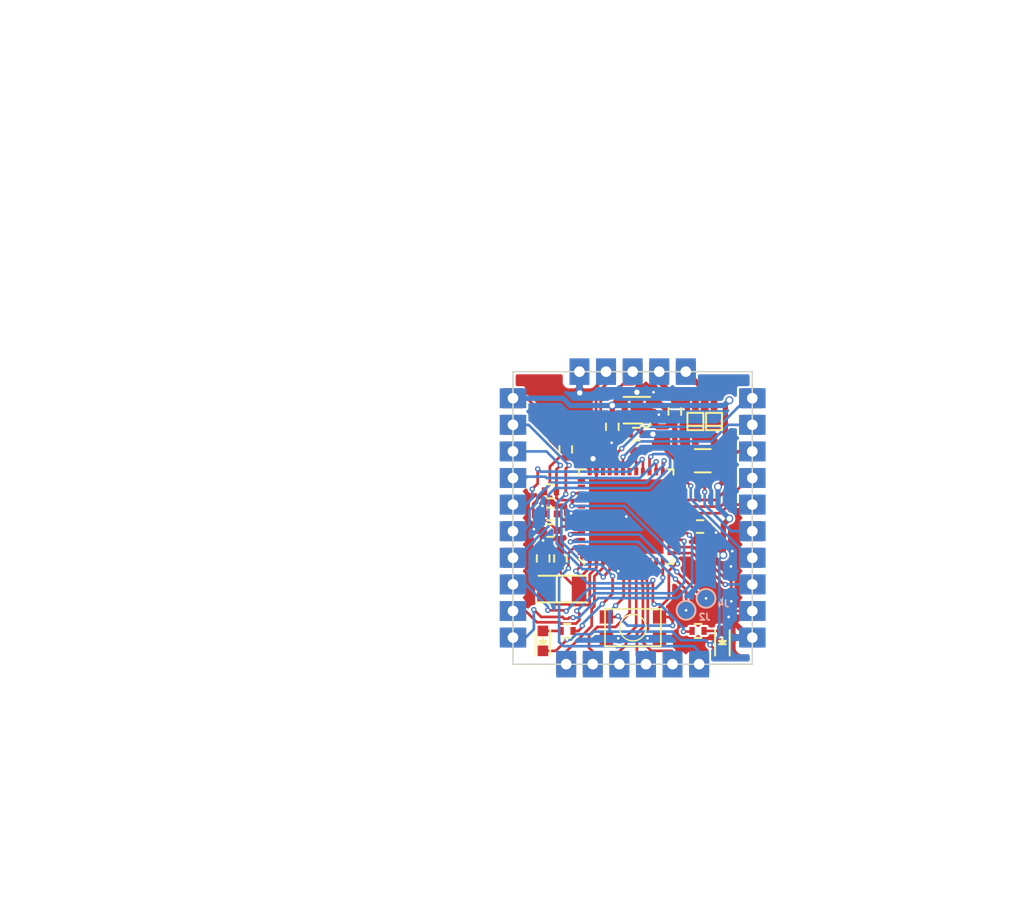
<source format=kicad_pcb>
(kicad_pcb (version 4) (host pcbnew 4.0.7)

  (general
    (links 110)
    (no_connects 0)
    (area 61.42 50.05 138.435747 118.750001)
    (thickness 1.6)
    (drawings 4)
    (tracks 569)
    (zones 0)
    (modules 24)
    (nets 50)
  )

  (page A3)
  (title_block
    (title "Sensory Adaptation Robot")
    (date 2016-03-10)
    (rev 0.1a)
    (company "Idle Hands Dev.")
    (comment 1 "Sean Hodgins")
  )

  (layers
    (0 F.Cu signal)
    (31 B.Cu signal)
    (32 B.Adhes user)
    (33 F.Adhes user)
    (34 B.Paste user)
    (35 F.Paste user)
    (36 B.SilkS user)
    (37 F.SilkS user)
    (38 B.Mask user)
    (39 F.Mask user)
    (40 Dwgs.User user)
    (41 Cmts.User user)
    (42 Eco1.User user)
    (43 Eco2.User user)
    (44 Edge.Cuts user)
    (45 Margin user)
    (46 B.CrtYd user)
    (47 F.CrtYd user)
    (48 B.Fab user hide)
    (49 F.Fab user hide)
  )

  (setup
    (last_trace_width 0.2)
    (user_trace_width 0.2)
    (user_trace_width 0.4)
    (user_trace_width 0.6)
    (user_trace_width 0.8)
    (user_trace_width 1)
    (trace_clearance 0.15)
    (zone_clearance 0.15)
    (zone_45_only no)
    (trace_min 0.2)
    (segment_width 0.1)
    (edge_width 0.1)
    (via_size 0.6)
    (via_drill 0.4)
    (via_min_size 0.4)
    (via_min_drill 0.2)
    (user_via 0.4 0.2)
    (user_via 0.5 0.4)
    (user_via 0.6 0.3)
    (user_via 0.89 0.5)
    (uvia_size 0.3)
    (uvia_drill 0.1)
    (uvias_allowed no)
    (uvia_min_size 0.2)
    (uvia_min_drill 0.1)
    (pcb_text_width 0.3)
    (pcb_text_size 1.5 1.5)
    (mod_edge_width 0.15)
    (mod_text_size 1 1)
    (mod_text_width 0.15)
    (pad_size 5.6 5.6)
    (pad_drill 0)
    (pad_to_mask_clearance 0)
    (aux_axis_origin 100 100)
    (grid_origin 164.62 180.35)
    (visible_elements 7FFFEE7F)
    (pcbplotparams
      (layerselection 0x010f0_80000001)
      (usegerberextensions false)
      (excludeedgelayer true)
      (linewidth 0.100000)
      (plotframeref false)
      (viasonmask false)
      (mode 1)
      (useauxorigin false)
      (hpglpennumber 1)
      (hpglpenspeed 20)
      (hpglpendiameter 15)
      (hpglpenoverlay 2)
      (psnegative false)
      (psa4output false)
      (plotreference true)
      (plotvalue true)
      (plotinvisibletext false)
      (padsonsilk false)
      (subtractmaskfromsilk false)
      (outputformat 1)
      (mirror false)
      (drillshape 0)
      (scaleselection 1)
      (outputdirectory gerbs/))
  )

  (net 0 "")
  (net 1 GND)
  (net 2 "Net-(C2-Pad1)")
  (net 3 +3V3)
  (net 4 "Net-(C4-Pad1)")
  (net 5 "Net-(C5-Pad1)")
  (net 6 USB_D-)
  (net 7 USB_D+)
  (net 8 SWCLK)
  (net 9 RESET)
  (net 10 SWDIO)
  (net 11 USB_HOST_EN)
  (net 12 "Net-(U2-Pad37)")
  (net 13 "Net-(U2-Pad38)")
  (net 14 "Net-(U2-Pad22)")
  (net 15 "Net-(D1-Pad2)")
  (net 16 "Net-(D2-Pad2)")
  (net 17 A3)
  (net 18 A4)
  (net 19 A5)
  (net 20 D8)
  (net 21 D9)
  (net 22 D4)
  (net 23 D3)
  (net 24 D6)
  (net 25 A0/DAC)
  (net 26 AREF)
  (net 27 A1)
  (net 28 A2)
  (net 29 TX/D1)
  (net 30 RX/D0)
  (net 31 MOSI)
  (net 32 CLK)
  (net 33 MISO)
  (net 34 D2)
  (net 35 D5)
  (net 36 D11)
  (net 37 D13)
  (net 38 D10)
  (net 39 D12)
  (net 40 D7)
  (net 41 SDA)
  (net 42 SCL)
  (net 43 TXLED)
  (net 44 RXLED)
  (net 45 "Net-(D3-Pad1)")
  (net 46 "Net-(C8-Pad1)")
  (net 47 +BATT)
  (net 48 VBUS)
  (net 49 "Net-(C6-Pad1)")

  (net_class Default "This is the default net class."
    (clearance 0.15)
    (trace_width 0.2)
    (via_dia 0.6)
    (via_drill 0.4)
    (uvia_dia 0.3)
    (uvia_drill 0.1)
    (add_net +3V3)
    (add_net +BATT)
    (add_net A0/DAC)
    (add_net A1)
    (add_net A2)
    (add_net A3)
    (add_net A4)
    (add_net A5)
    (add_net AREF)
    (add_net CLK)
    (add_net D10)
    (add_net D11)
    (add_net D12)
    (add_net D13)
    (add_net D2)
    (add_net D3)
    (add_net D4)
    (add_net D5)
    (add_net D6)
    (add_net D7)
    (add_net D8)
    (add_net D9)
    (add_net GND)
    (add_net MISO)
    (add_net MOSI)
    (add_net "Net-(C2-Pad1)")
    (add_net "Net-(C4-Pad1)")
    (add_net "Net-(C5-Pad1)")
    (add_net "Net-(C6-Pad1)")
    (add_net "Net-(C8-Pad1)")
    (add_net "Net-(D1-Pad2)")
    (add_net "Net-(D2-Pad2)")
    (add_net "Net-(D3-Pad1)")
    (add_net "Net-(U2-Pad22)")
    (add_net "Net-(U2-Pad37)")
    (add_net "Net-(U2-Pad38)")
    (add_net RESET)
    (add_net RX/D0)
    (add_net RXLED)
    (add_net SCL)
    (add_net SDA)
    (add_net SWCLK)
    (add_net SWDIO)
    (add_net TX/D1)
    (add_net TXLED)
    (add_net USB_D+)
    (add_net USB_D-)
    (add_net USB_HOST_EN)
    (add_net VBUS)
  )

  (module idlehands_footprints:SAMD21G18_MOD (layer F.Cu) (tedit 5AF9A6CC) (tstamp 5AF511A8)
    (at 109 89)
    (path /5AF54837)
    (fp_text reference U4 (at -0.2 13.2) (layer F.SilkS) hide
      (effects (font (size 1 1) (thickness 0.15)))
    )
    (fp_text value SAMD21_MOD (at 0 -14) (layer F.Fab)
      (effects (font (size 1 1) (thickness 0.15)))
    )
    (fp_line (start -9 11) (end -9 -11) (layer F.SilkS) (width 0.1))
    (fp_line (start 9 11) (end -9 11) (layer F.SilkS) (width 0.1))
    (fp_line (start 9 -11) (end 9 11) (layer F.SilkS) (width 0.1))
    (fp_line (start -9 -11) (end 9 -11) (layer F.SilkS) (width 0.1))
    (pad 6 thru_hole rect (at -9 1) (size 1.5 1.5) (drill 0.8) (layers *.Cu *.Mask)
      (net 36 D11))
    (pad 6 smd rect (at -9 1) (size 2 1.5) (layers B.Cu B.Mask)
      (net 36 D11))
    (pad 5 thru_hole rect (at -9 -1) (size 1.5 1.5) (drill 0.8) (layers *.Cu *.Mask)
      (net 39 D12))
    (pad 5 smd rect (at -9 -1) (size 2 1.5) (layers B.Cu B.Mask)
      (net 39 D12))
    (pad 4 thru_hole rect (at -9 -3) (size 1.5 1.5) (drill 0.8) (layers *.Cu *.Mask)
      (net 37 D13))
    (pad 3 thru_hole rect (at -9 -5) (size 1.5 1.5) (drill 0.8) (layers *.Cu *.Mask)
      (net 9 RESET))
    (pad 4 smd rect (at -9 -3) (size 2 1.5) (layers B.Cu B.Mask)
      (net 37 D13))
    (pad 3 smd rect (at -9 -5) (size 2 1.5) (layers B.Cu B.Mask)
      (net 9 RESET))
    (pad 9 thru_hole rect (at -9 7) (size 1.5 1.5) (drill 0.8) (layers *.Cu *.Mask)
      (net 29 TX/D1))
    (pad 8 thru_hole rect (at -9 5) (size 1.5 1.5) (drill 0.8) (layers *.Cu *.Mask)
      (net 21 D9))
    (pad 10 thru_hole rect (at -9 9) (size 1.5 1.5) (drill 0.8) (layers *.Cu *.Mask)
      (net 30 RX/D0))
    (pad 7 thru_hole rect (at -9 3) (size 1.5 1.5) (drill 0.8) (layers *.Cu *.Mask)
      (net 38 D10))
    (pad 9 smd rect (at -9 7) (size 2 1.5) (layers B.Cu B.Mask)
      (net 29 TX/D1))
    (pad 7 smd rect (at -9 3) (size 2 1.5) (layers B.Cu B.Mask)
      (net 38 D10))
    (pad 10 smd rect (at -9 9) (size 2 1.5) (layers B.Cu B.Mask)
      (net 30 RX/D0))
    (pad 8 smd rect (at -9 5) (size 2 1.5) (layers B.Cu B.Mask)
      (net 21 D9))
    (pad 1 thru_hole rect (at -9 -9) (size 1.5 1.5) (drill 0.8) (layers *.Cu *.Mask)
      (net 3 +3V3))
    (pad 2 thru_hole rect (at -9 -7) (size 1.5 1.5) (drill 0.8) (layers *.Cu *.Mask)
      (net 26 AREF))
    (pad 2 smd rect (at -9 -7) (size 2 1.5) (layers B.Cu B.Mask)
      (net 26 AREF))
    (pad 1 smd rect (at -9 -9) (size 2 1.5) (layers B.Cu B.Mask)
      (net 3 +3V3))
    (pad 11 thru_hole rect (at -5 11 90) (size 1.5 1.5) (drill 0.8) (layers *.Cu *.Mask)
      (net 25 A0/DAC))
    (pad 11 smd rect (at -5 11 90) (size 2 1.5) (layers B.Cu B.Mask)
      (net 25 A0/DAC))
    (pad 12 thru_hole rect (at -3 11 90) (size 1.5 1.5) (drill 0.8) (layers *.Cu *.Mask)
      (net 27 A1))
    (pad 12 smd rect (at -3 11 90) (size 2 1.5) (layers B.Cu B.Mask)
      (net 27 A1))
    (pad 13 thru_hole rect (at -1 11 90) (size 1.5 1.5) (drill 0.8) (layers *.Cu *.Mask)
      (net 28 A2))
    (pad 14 thru_hole rect (at 1 11 90) (size 1.5 1.5) (drill 0.8) (layers *.Cu *.Mask)
      (net 17 A3))
    (pad 13 smd rect (at -1 11 90) (size 2 1.5) (layers B.Cu B.Mask)
      (net 28 A2))
    (pad 14 smd rect (at 1 11 90) (size 2 1.5) (layers B.Cu B.Mask)
      (net 17 A3))
    (pad 16 thru_hole rect (at 5 11 90) (size 1.5 1.5) (drill 0.8) (layers *.Cu *.Mask)
      (net 19 A5))
    (pad 15 thru_hole rect (at 3 11 90) (size 1.5 1.5) (drill 0.8) (layers *.Cu *.Mask)
      (net 18 A4))
    (pad 15 smd rect (at 3 11 90) (size 2 1.5) (layers B.Cu B.Mask)
      (net 18 A4))
    (pad 16 smd rect (at 5 11 90) (size 2 1.5) (layers B.Cu B.Mask)
      (net 19 A5))
    (pad 23 thru_hole rect (at 9 -3) (size 1.5 1.5) (drill 0.8) (layers *.Cu *.Mask)
      (net 32 CLK))
    (pad 24 thru_hole rect (at 9 -5) (size 1.5 1.5) (drill 0.8) (layers *.Cu *.Mask)
      (net 33 MISO))
    (pad 21 thru_hole rect (at 9 1) (size 1.5 1.5) (drill 0.8) (layers *.Cu *.Mask)
      (net 24 D6))
    (pad 22 thru_hole rect (at 9 -1) (size 1.5 1.5) (drill 0.8) (layers *.Cu *.Mask)
      (net 31 MOSI))
    (pad 26 thru_hole rect (at 9 -9) (size 1.5 1.5) (drill 0.8) (layers *.Cu *.Mask)
      (net 42 SCL))
    (pad 25 thru_hole rect (at 9 -7) (size 1.5 1.5) (drill 0.8) (layers *.Cu *.Mask)
      (net 41 SDA))
    (pad 18 thru_hole rect (at 9 7) (size 1.5 1.5) (drill 0.8) (layers *.Cu *.Mask)
      (net 23 D3))
    (pad 19 thru_hole rect (at 9 5) (size 1.5 1.5) (drill 0.8) (layers *.Cu *.Mask)
      (net 22 D4))
    (pad 17 thru_hole rect (at 9 9) (size 1.5 1.5) (drill 0.8) (layers *.Cu *.Mask)
      (net 1 GND))
    (pad 20 thru_hole rect (at 9 3) (size 1.5 1.5) (drill 0.8) (layers *.Cu *.Mask)
      (net 35 D5))
    (pad 23 smd rect (at 9 -3) (size 2 1.5) (layers B.Cu B.Mask)
      (net 32 CLK))
    (pad 24 smd rect (at 9 -5) (size 2 1.5) (layers B.Cu B.Mask)
      (net 33 MISO))
    (pad 22 smd rect (at 9 -1) (size 2 1.5) (layers B.Cu B.Mask)
      (net 31 MOSI))
    (pad 21 smd rect (at 9 1) (size 2 1.5) (layers B.Cu B.Mask)
      (net 24 D6))
    (pad 25 smd rect (at 9 -7) (size 2 1.5) (layers B.Cu B.Mask)
      (net 41 SDA))
    (pad 26 smd rect (at 9 -9) (size 2 1.5) (layers B.Cu B.Mask)
      (net 42 SCL))
    (pad 18 smd rect (at 9 7) (size 2 1.5) (layers B.Cu B.Mask)
      (net 23 D3))
    (pad 17 smd rect (at 9 9) (size 2 1.5) (layers B.Cu B.Mask)
      (net 1 GND))
    (pad 20 smd rect (at 9 3) (size 2 1.5) (layers B.Cu B.Mask)
      (net 35 D5))
    (pad 19 smd rect (at 9 5) (size 2 1.5) (layers B.Cu B.Mask)
      (net 22 D4))
    (pad 30 thru_hole rect (at -2 -11 90) (size 1.5 1.5) (drill 0.8) (layers *.Cu *.Mask)
      (net 7 USB_D+))
    (pad 29 thru_hole rect (at 0 -11 90) (size 1.5 1.5) (drill 0.8) (layers *.Cu *.Mask)
      (net 6 USB_D-))
    (pad 31 thru_hole rect (at -4 -11 90) (size 1.5 1.5) (drill 0.8) (layers *.Cu *.Mask)
      (net 1 GND))
    (pad 28 thru_hole rect (at 2 -11 90) (size 1.5 1.5) (drill 0.8) (layers *.Cu *.Mask)
      (net 48 VBUS))
    (pad 27 thru_hole rect (at 4 -11 90) (size 1.5 1.5) (drill 0.8) (layers *.Cu *.Mask)
      (net 47 +BATT))
    (pad 30 smd rect (at -2 -11 90) (size 2 1.5) (layers B.Cu B.Mask)
      (net 7 USB_D+))
    (pad 28 smd rect (at 2 -11 90) (size 2 1.5) (layers B.Cu B.Mask)
      (net 48 VBUS))
    (pad 31 smd rect (at -4 -11 90) (size 2 1.5) (layers B.Cu B.Mask)
      (net 1 GND))
    (pad 29 smd rect (at 0 -11 90) (size 2 1.5) (layers B.Cu B.Mask)
      (net 6 USB_D-))
    (pad 27 smd rect (at 4 -11 90) (size 2 1.5) (layers B.Cu B.Mask)
      (net 47 +BATT))
  )

  (module Capacitors_SMD:C_0402 (layer F.Cu) (tedit 5AF51E5D) (tstamp 5AF51082)
    (at 103.57 92.05 90)
    (descr "Capacitor SMD 0402, reflow soldering, AVX (see smccp.pdf)")
    (tags "capacitor 0402")
    (path /56BE5A87)
    (attr smd)
    (fp_text reference C2 (at -1.6 0 180) (layer F.SilkS) hide
      (effects (font (size 0.6 0.6) (thickness 0.15)))
    )
    (fp_text value 15pF (at 0 1.7 90) (layer F.Fab)
      (effects (font (size 1 1) (thickness 0.15)))
    )
    (fp_line (start -1.15 -0.6) (end 1.15 -0.6) (layer F.CrtYd) (width 0.05))
    (fp_line (start -1.15 0.6) (end 1.15 0.6) (layer F.CrtYd) (width 0.05))
    (fp_line (start -1.15 -0.6) (end -1.15 0.6) (layer F.CrtYd) (width 0.05))
    (fp_line (start 1.15 -0.6) (end 1.15 0.6) (layer F.CrtYd) (width 0.05))
    (fp_line (start 0.25 -0.475) (end -0.25 -0.475) (layer F.SilkS) (width 0.15))
    (fp_line (start -0.25 0.475) (end 0.25 0.475) (layer F.SilkS) (width 0.15))
    (pad 1 smd rect (at -0.55 0 90) (size 0.6 0.5) (layers F.Cu F.Paste F.Mask)
      (net 2 "Net-(C2-Pad1)"))
    (pad 2 smd rect (at 0.55 0 90) (size 0.6 0.5) (layers F.Cu F.Paste F.Mask)
      (net 1 GND))
    (model Capacitors_SMD.3dshapes/C_0402.wrl
      (at (xyz 0 0 0))
      (scale (xyz 1 1 1))
      (rotate (xyz 0 0 0))
    )
  )

  (module Capacitors_SMD:C_0402 (layer F.Cu) (tedit 5AF896BD) (tstamp 5AF51088)
    (at 102.82 89.95 180)
    (descr "Capacitor SMD 0402, reflow soldering, AVX (see smccp.pdf)")
    (tags "capacitor 0402")
    (path /56BE5797)
    (attr smd)
    (fp_text reference C3 (at 0 -1.7 180) (layer F.SilkS) hide
      (effects (font (size 1 1) (thickness 0.15)))
    )
    (fp_text value 0.1uF (at 0 1.7 180) (layer F.Fab)
      (effects (font (size 1 1) (thickness 0.15)))
    )
    (fp_line (start -1.15 -0.6) (end 1.15 -0.6) (layer F.CrtYd) (width 0.05))
    (fp_line (start -1.15 0.6) (end 1.15 0.6) (layer F.CrtYd) (width 0.05))
    (fp_line (start -1.15 -0.6) (end -1.15 0.6) (layer F.CrtYd) (width 0.05))
    (fp_line (start 1.15 -0.6) (end 1.15 0.6) (layer F.CrtYd) (width 0.05))
    (fp_line (start 0.25 -0.475) (end -0.25 -0.475) (layer F.SilkS) (width 0.15))
    (fp_line (start -0.25 0.475) (end 0.25 0.475) (layer F.SilkS) (width 0.15))
    (pad 1 smd rect (at -0.55 0 180) (size 0.6 0.5) (layers F.Cu F.Paste F.Mask)
      (net 3 +3V3))
    (pad 2 smd rect (at 0.55 0 180) (size 0.6 0.5) (layers F.Cu F.Paste F.Mask)
      (net 1 GND))
    (model Capacitors_SMD.3dshapes/C_0402.wrl
      (at (xyz 0 0 0))
      (scale (xyz 1 1 1))
      (rotate (xyz 0 0 0))
    )
  )

  (module Capacitors_SMD:C_0402 (layer F.Cu) (tedit 5AF51E6C) (tstamp 5AF5108E)
    (at 102.27 92.05 90)
    (descr "Capacitor SMD 0402, reflow soldering, AVX (see smccp.pdf)")
    (tags "capacitor 0402")
    (path /56BE5ACF)
    (attr smd)
    (fp_text reference C4 (at 1.6 0 180) (layer F.SilkS) hide
      (effects (font (size 0.6 0.6) (thickness 0.15)))
    )
    (fp_text value 15pF (at 0 1.7 90) (layer F.Fab)
      (effects (font (size 1 1) (thickness 0.15)))
    )
    (fp_line (start -1.15 -0.6) (end 1.15 -0.6) (layer F.CrtYd) (width 0.05))
    (fp_line (start -1.15 0.6) (end 1.15 0.6) (layer F.CrtYd) (width 0.05))
    (fp_line (start -1.15 -0.6) (end -1.15 0.6) (layer F.CrtYd) (width 0.05))
    (fp_line (start 1.15 -0.6) (end 1.15 0.6) (layer F.CrtYd) (width 0.05))
    (fp_line (start 0.25 -0.475) (end -0.25 -0.475) (layer F.SilkS) (width 0.15))
    (fp_line (start -0.25 0.475) (end 0.25 0.475) (layer F.SilkS) (width 0.15))
    (pad 1 smd rect (at -0.55 0 90) (size 0.6 0.5) (layers F.Cu F.Paste F.Mask)
      (net 4 "Net-(C4-Pad1)"))
    (pad 2 smd rect (at 0.55 0 90) (size 0.6 0.5) (layers F.Cu F.Paste F.Mask)
      (net 1 GND))
    (model Capacitors_SMD.3dshapes/C_0402.wrl
      (at (xyz 0 0 0))
      (scale (xyz 1 1 1))
      (rotate (xyz 0 0 0))
    )
  )

  (module Capacitors_SMD:C_0402 (layer F.Cu) (tedit 5AF89521) (tstamp 5AF51094)
    (at 102.82 88.7 180)
    (descr "Capacitor SMD 0402, reflow soldering, AVX (see smccp.pdf)")
    (tags "capacitor 0402")
    (path /56BE5879)
    (attr smd)
    (fp_text reference C5 (at 0 -1.7 180) (layer F.SilkS) hide
      (effects (font (size 1 1) (thickness 0.15)))
    )
    (fp_text value 0.1uF (at 0 1.7 180) (layer F.Fab)
      (effects (font (size 1 1) (thickness 0.15)))
    )
    (fp_line (start -1.15 -0.6) (end 1.15 -0.6) (layer F.CrtYd) (width 0.05))
    (fp_line (start -1.15 0.6) (end 1.15 0.6) (layer F.CrtYd) (width 0.05))
    (fp_line (start -1.15 -0.6) (end -1.15 0.6) (layer F.CrtYd) (width 0.05))
    (fp_line (start 1.15 -0.6) (end 1.15 0.6) (layer F.CrtYd) (width 0.05))
    (fp_line (start 0.25 -0.475) (end -0.25 -0.475) (layer F.SilkS) (width 0.15))
    (fp_line (start -0.25 0.475) (end 0.25 0.475) (layer F.SilkS) (width 0.15))
    (pad 1 smd rect (at -0.55 0 180) (size 0.6 0.5) (layers F.Cu F.Paste F.Mask)
      (net 5 "Net-(C5-Pad1)"))
    (pad 2 smd rect (at 0.55 0 180) (size 0.6 0.5) (layers F.Cu F.Paste F.Mask)
      (net 1 GND))
    (model Capacitors_SMD.3dshapes/C_0402.wrl
      (at (xyz 0 0 0))
      (scale (xyz 1 1 1))
      (rotate (xyz 0 0 0))
    )
  )

  (module Capacitors_SMD:C_0402 (layer F.Cu) (tedit 5AF8960E) (tstamp 5AF510A0)
    (at 112.17 81 90)
    (descr "Capacitor SMD 0402, reflow soldering, AVX (see smccp.pdf)")
    (tags "capacitor 0402")
    (path /56BE9290)
    (attr smd)
    (fp_text reference C8 (at 2 0 90) (layer F.SilkS) hide
      (effects (font (size 1 1) (thickness 0.15)))
    )
    (fp_text value 1uF (at 0 1.7 90) (layer F.Fab)
      (effects (font (size 1 1) (thickness 0.15)))
    )
    (fp_line (start -1.15 -0.6) (end 1.15 -0.6) (layer F.CrtYd) (width 0.05))
    (fp_line (start -1.15 0.6) (end 1.15 0.6) (layer F.CrtYd) (width 0.05))
    (fp_line (start -1.15 -0.6) (end -1.15 0.6) (layer F.CrtYd) (width 0.05))
    (fp_line (start 1.15 -0.6) (end 1.15 0.6) (layer F.CrtYd) (width 0.05))
    (fp_line (start 0.25 -0.475) (end -0.25 -0.475) (layer F.SilkS) (width 0.15))
    (fp_line (start -0.25 0.475) (end 0.25 0.475) (layer F.SilkS) (width 0.15))
    (pad 1 smd rect (at -0.55 0 90) (size 0.6 0.5) (layers F.Cu F.Paste F.Mask)
      (net 46 "Net-(C8-Pad1)"))
    (pad 2 smd rect (at 0.55 0 90) (size 0.6 0.5) (layers F.Cu F.Paste F.Mask)
      (net 1 GND))
    (model Capacitors_SMD.3dshapes/C_0402.wrl
      (at (xyz 0 0 0))
      (scale (xyz 1 1 1))
      (rotate (xyz 0 0 0))
    )
  )

  (module Capacitors_SMD:C_0402 (layer F.Cu) (tedit 5AF896F9) (tstamp 5AF510A6)
    (at 107.47 82.15 270)
    (descr "Capacitor SMD 0402, reflow soldering, AVX (see smccp.pdf)")
    (tags "capacitor 0402")
    (path /56C15D54)
    (attr smd)
    (fp_text reference C9 (at 0 -1.7 270) (layer F.SilkS) hide
      (effects (font (size 1 1) (thickness 0.15)))
    )
    (fp_text value 1uF (at 0 1.7 270) (layer F.Fab)
      (effects (font (size 1 1) (thickness 0.15)))
    )
    (fp_line (start -1.15 -0.6) (end 1.15 -0.6) (layer F.CrtYd) (width 0.05))
    (fp_line (start -1.15 0.6) (end 1.15 0.6) (layer F.CrtYd) (width 0.05))
    (fp_line (start -1.15 -0.6) (end -1.15 0.6) (layer F.CrtYd) (width 0.05))
    (fp_line (start 1.15 -0.6) (end 1.15 0.6) (layer F.CrtYd) (width 0.05))
    (fp_line (start 0.25 -0.475) (end -0.25 -0.475) (layer F.SilkS) (width 0.15))
    (fp_line (start -0.25 0.475) (end 0.25 0.475) (layer F.SilkS) (width 0.15))
    (pad 1 smd rect (at -0.55 0 270) (size 0.6 0.5) (layers F.Cu F.Paste F.Mask)
      (net 3 +3V3))
    (pad 2 smd rect (at 0.55 0 270) (size 0.6 0.5) (layers F.Cu F.Paste F.Mask)
      (net 1 GND))
    (model Capacitors_SMD.3dshapes/C_0402.wrl
      (at (xyz 0 0 0))
      (scale (xyz 1 1 1))
      (rotate (xyz 0 0 0))
    )
  )

  (module Capacitors_SMD:C_0402 (layer F.Cu) (tedit 5AF8965B) (tstamp 5AF510AC)
    (at 114.07 89.65)
    (descr "Capacitor SMD 0402, reflow soldering, AVX (see smccp.pdf)")
    (tags "capacitor 0402")
    (path /56BE5364)
    (attr smd)
    (fp_text reference C11 (at 0 -1.7) (layer F.SilkS) hide
      (effects (font (size 1 1) (thickness 0.15)))
    )
    (fp_text value 0.1uF (at 0 1.7) (layer F.Fab)
      (effects (font (size 1 1) (thickness 0.15)))
    )
    (fp_line (start -1.15 -0.6) (end 1.15 -0.6) (layer F.CrtYd) (width 0.05))
    (fp_line (start -1.15 0.6) (end 1.15 0.6) (layer F.CrtYd) (width 0.05))
    (fp_line (start -1.15 -0.6) (end -1.15 0.6) (layer F.CrtYd) (width 0.05))
    (fp_line (start 1.15 -0.6) (end 1.15 0.6) (layer F.CrtYd) (width 0.05))
    (fp_line (start 0.25 -0.475) (end -0.25 -0.475) (layer F.SilkS) (width 0.15))
    (fp_line (start -0.25 0.475) (end 0.25 0.475) (layer F.SilkS) (width 0.15))
    (pad 1 smd rect (at -0.55 0) (size 0.6 0.5) (layers F.Cu F.Paste F.Mask)
      (net 3 +3V3))
    (pad 2 smd rect (at 0.55 0) (size 0.6 0.5) (layers F.Cu F.Paste F.Mask)
      (net 1 GND))
    (model Capacitors_SMD.3dshapes/C_0402.wrl
      (at (xyz 0 0 0))
      (scale (xyz 1 1 1))
      (rotate (xyz 0 0 0))
    )
  )

  (module Capacitors_SMD:C_0402 (layer F.Cu) (tedit 5AF89681) (tstamp 5AF510B2)
    (at 103.97 83.85 90)
    (descr "Capacitor SMD 0402, reflow soldering, AVX (see smccp.pdf)")
    (tags "capacitor 0402")
    (path /56BE54D8)
    (attr smd)
    (fp_text reference C12 (at 0 -1.7 90) (layer F.SilkS) hide
      (effects (font (size 1 1) (thickness 0.15)))
    )
    (fp_text value 0.1uF (at 0 1.7 90) (layer F.Fab)
      (effects (font (size 1 1) (thickness 0.15)))
    )
    (fp_line (start -1.15 -0.6) (end 1.15 -0.6) (layer F.CrtYd) (width 0.05))
    (fp_line (start -1.15 0.6) (end 1.15 0.6) (layer F.CrtYd) (width 0.05))
    (fp_line (start -1.15 -0.6) (end -1.15 0.6) (layer F.CrtYd) (width 0.05))
    (fp_line (start 1.15 -0.6) (end 1.15 0.6) (layer F.CrtYd) (width 0.05))
    (fp_line (start 0.25 -0.475) (end -0.25 -0.475) (layer F.SilkS) (width 0.15))
    (fp_line (start -0.25 0.475) (end 0.25 0.475) (layer F.SilkS) (width 0.15))
    (pad 1 smd rect (at -0.55 0 90) (size 0.6 0.5) (layers F.Cu F.Paste F.Mask)
      (net 3 +3V3))
    (pad 2 smd rect (at 0.55 0 90) (size 0.6 0.5) (layers F.Cu F.Paste F.Mask)
      (net 1 GND))
    (model Capacitors_SMD.3dshapes/C_0402.wrl
      (at (xyz 0 0 0))
      (scale (xyz 1 1 1))
      (rotate (xyz 0 0 0))
    )
  )

  (module LEDs:LED-0603 (layer F.Cu) (tedit 5AF9ABD5) (tstamp 5AF510B8)
    (at 115.75 98.25 90)
    (descr "LED 0603 smd package")
    (tags "LED led 0603 SMD smd SMT smt smdled SMDLED smtled SMTLED")
    (path /5A062253)
    (attr smd)
    (fp_text reference D2 (at 0 -1.5 90) (layer F.SilkS) hide
      (effects (font (size 1 1) (thickness 0.15)))
    )
    (fp_text value LED (at 0 1.5 90) (layer F.Fab)
      (effects (font (size 1 1) (thickness 0.15)))
    )
    (fp_line (start -1.1 0.55) (end 0.8 0.55) (layer F.SilkS) (width 0.15))
    (fp_line (start -1.1 -0.55) (end 0.8 -0.55) (layer F.SilkS) (width 0.15))
    (fp_line (start -0.2 0) (end 0.25 0) (layer F.SilkS) (width 0.15))
    (fp_line (start -0.25 -0.25) (end -0.25 0.25) (layer F.SilkS) (width 0.15))
    (fp_line (start -0.25 0) (end 0 -0.25) (layer F.SilkS) (width 0.15))
    (fp_line (start 0 -0.25) (end 0 0.25) (layer F.SilkS) (width 0.15))
    (fp_line (start 0 0.25) (end -0.25 0) (layer F.SilkS) (width 0.15))
    (fp_line (start 1.4 -0.75) (end 1.4 0.75) (layer F.CrtYd) (width 0.05))
    (fp_line (start 1.4 0.75) (end -1.4 0.75) (layer F.CrtYd) (width 0.05))
    (fp_line (start -1.4 0.75) (end -1.4 -0.75) (layer F.CrtYd) (width 0.05))
    (fp_line (start -1.4 -0.75) (end 1.4 -0.75) (layer F.CrtYd) (width 0.05))
    (pad 2 smd rect (at 0.7493 0 270) (size 0.79756 0.79756) (layers F.Cu F.Paste F.Mask)
      (net 16 "Net-(D2-Pad2)"))
    (pad 1 smd rect (at -0.7493 0 270) (size 0.79756 0.79756) (layers F.Cu F.Paste F.Mask)
      (net 3 +3V3))
  )

  (module LEDs:LED-0603 (layer F.Cu) (tedit 5AF9ABCF) (tstamp 5AF510BE)
    (at 102.25 98.25 90)
    (descr "LED 0603 smd package")
    (tags "LED led 0603 SMD smd SMT smt smdled SMDLED smtled SMTLED")
    (path /5A05EB75)
    (attr smd)
    (fp_text reference D1 (at 0 -1.5 90) (layer F.SilkS) hide
      (effects (font (size 1 1) (thickness 0.15)))
    )
    (fp_text value LED (at 0 1.5 90) (layer F.Fab)
      (effects (font (size 1 1) (thickness 0.15)))
    )
    (fp_line (start -1.1 0.55) (end 0.8 0.55) (layer F.SilkS) (width 0.15))
    (fp_line (start -1.1 -0.55) (end 0.8 -0.55) (layer F.SilkS) (width 0.15))
    (fp_line (start -0.2 0) (end 0.25 0) (layer F.SilkS) (width 0.15))
    (fp_line (start -0.25 -0.25) (end -0.25 0.25) (layer F.SilkS) (width 0.15))
    (fp_line (start -0.25 0) (end 0 -0.25) (layer F.SilkS) (width 0.15))
    (fp_line (start 0 -0.25) (end 0 0.25) (layer F.SilkS) (width 0.15))
    (fp_line (start 0 0.25) (end -0.25 0) (layer F.SilkS) (width 0.15))
    (fp_line (start 1.4 -0.75) (end 1.4 0.75) (layer F.CrtYd) (width 0.05))
    (fp_line (start 1.4 0.75) (end -1.4 0.75) (layer F.CrtYd) (width 0.05))
    (fp_line (start -1.4 0.75) (end -1.4 -0.75) (layer F.CrtYd) (width 0.05))
    (fp_line (start -1.4 -0.75) (end 1.4 -0.75) (layer F.CrtYd) (width 0.05))
    (pad 2 smd rect (at 0.7493 0 270) (size 0.79756 0.79756) (layers F.Cu F.Paste F.Mask)
      (net 15 "Net-(D1-Pad2)"))
    (pad 1 smd rect (at -0.7493 0 270) (size 0.79756 0.79756) (layers F.Cu F.Paste F.Mask)
      (net 3 +3V3))
  )

  (module Resistors_SMD:R_0805 (layer F.Cu) (tedit 5AF8957D) (tstamp 5AF510D0)
    (at 114.27 84.7 180)
    (descr "Resistor SMD 0805, reflow soldering, Vishay (see dcrcw.pdf)")
    (tags "resistor 0805")
    (path /56BE60F0)
    (attr smd)
    (fp_text reference F1 (at 0 -2.1 180) (layer F.SilkS) hide
      (effects (font (size 1 1) (thickness 0.15)))
    )
    (fp_text value 500mA (at 0 2.1 180) (layer F.Fab)
      (effects (font (size 1 1) (thickness 0.15)))
    )
    (fp_line (start -1.6 -1) (end 1.6 -1) (layer F.CrtYd) (width 0.05))
    (fp_line (start -1.6 1) (end 1.6 1) (layer F.CrtYd) (width 0.05))
    (fp_line (start -1.6 -1) (end -1.6 1) (layer F.CrtYd) (width 0.05))
    (fp_line (start 1.6 -1) (end 1.6 1) (layer F.CrtYd) (width 0.05))
    (fp_line (start 0.6 0.875) (end -0.6 0.875) (layer F.SilkS) (width 0.15))
    (fp_line (start -0.6 -0.875) (end 0.6 -0.875) (layer F.SilkS) (width 0.15))
    (pad 1 smd rect (at -0.95 0 180) (size 0.7 1.3) (layers F.Cu F.Paste F.Mask)
      (net 45 "Net-(D3-Pad1)"))
    (pad 2 smd rect (at 0.95 0 180) (size 0.7 1.3) (layers F.Cu F.Paste F.Mask)
      (net 46 "Net-(C8-Pad1)"))
    (model Resistors_SMD.3dshapes/R_0805.wrl
      (at (xyz 0 0 0))
      (scale (xyz 1 1 1))
      (rotate (xyz 0 0 0))
    )
  )

  (module Resistors_SMD:R_0402 (layer F.Cu) (tedit 5AF895E3) (tstamp 5AF510FC)
    (at 102.82 87)
    (descr "Resistor SMD 0402, reflow soldering, Vishay (see dcrcw.pdf)")
    (tags "resistor 0402")
    (path /56BE56C8)
    (attr smd)
    (fp_text reference R3 (at 0 -1.8) (layer F.SilkS) hide
      (effects (font (size 1 1) (thickness 0.15)))
    )
    (fp_text value 10k (at 0 1.8) (layer F.Fab)
      (effects (font (size 1 1) (thickness 0.15)))
    )
    (fp_line (start -0.95 -0.65) (end 0.95 -0.65) (layer F.CrtYd) (width 0.05))
    (fp_line (start -0.95 0.65) (end 0.95 0.65) (layer F.CrtYd) (width 0.05))
    (fp_line (start -0.95 -0.65) (end -0.95 0.65) (layer F.CrtYd) (width 0.05))
    (fp_line (start 0.95 -0.65) (end 0.95 0.65) (layer F.CrtYd) (width 0.05))
    (fp_line (start 0.25 -0.525) (end -0.25 -0.525) (layer F.SilkS) (width 0.15))
    (fp_line (start -0.25 0.525) (end 0.25 0.525) (layer F.SilkS) (width 0.15))
    (pad 1 smd rect (at -0.45 0) (size 0.4 0.6) (layers F.Cu F.Paste F.Mask)
      (net 3 +3V3))
    (pad 2 smd rect (at 0.45 0) (size 0.4 0.6) (layers F.Cu F.Paste F.Mask)
      (net 9 RESET))
    (model Resistors_SMD.3dshapes/R_0402.wrl
      (at (xyz 0 0 0))
      (scale (xyz 1 1 1))
      (rotate (xyz 0 0 0))
    )
  )

  (module Resistors_SMD:R_0402 (layer F.Cu) (tedit 5AF9ABE7) (tstamp 5AF51108)
    (at 113.92 97.5)
    (descr "Resistor SMD 0402, reflow soldering, Vishay (see dcrcw.pdf)")
    (tags "resistor 0402")
    (path /5A06225A)
    (attr smd)
    (fp_text reference R9 (at 0 -1.8) (layer F.SilkS) hide
      (effects (font (size 1 1) (thickness 0.15)))
    )
    (fp_text value 1k (at 0 1.8) (layer F.Fab)
      (effects (font (size 1 1) (thickness 0.15)))
    )
    (fp_line (start -0.95 -0.65) (end 0.95 -0.65) (layer F.CrtYd) (width 0.05))
    (fp_line (start -0.95 0.65) (end 0.95 0.65) (layer F.CrtYd) (width 0.05))
    (fp_line (start -0.95 -0.65) (end -0.95 0.65) (layer F.CrtYd) (width 0.05))
    (fp_line (start 0.95 -0.65) (end 0.95 0.65) (layer F.CrtYd) (width 0.05))
    (fp_line (start 0.25 -0.525) (end -0.25 -0.525) (layer F.SilkS) (width 0.15))
    (fp_line (start -0.25 0.525) (end 0.25 0.525) (layer F.SilkS) (width 0.15))
    (pad 1 smd rect (at -0.45 0) (size 0.4 0.6) (layers F.Cu F.Paste F.Mask)
      (net 44 RXLED))
    (pad 2 smd rect (at 0.45 0) (size 0.4 0.6) (layers F.Cu F.Paste F.Mask)
      (net 16 "Net-(D2-Pad2)"))
    (model Resistors_SMD.3dshapes/R_0402.wrl
      (at (xyz 0 0 0))
      (scale (xyz 1 1 1))
      (rotate (xyz 0 0 0))
    )
  )

  (module Resistors_SMD:R_0402 (layer F.Cu) (tedit 5AF9ABE2) (tstamp 5AF5110E)
    (at 104.07 97.5 180)
    (descr "Resistor SMD 0402, reflow soldering, Vishay (see dcrcw.pdf)")
    (tags "resistor 0402")
    (path /5A060762)
    (attr smd)
    (fp_text reference R8 (at 0 -1.8 180) (layer F.SilkS) hide
      (effects (font (size 1 1) (thickness 0.15)))
    )
    (fp_text value 1k (at 0 1.8 180) (layer F.Fab)
      (effects (font (size 1 1) (thickness 0.15)))
    )
    (fp_line (start -0.95 -0.65) (end 0.95 -0.65) (layer F.CrtYd) (width 0.05))
    (fp_line (start -0.95 0.65) (end 0.95 0.65) (layer F.CrtYd) (width 0.05))
    (fp_line (start -0.95 -0.65) (end -0.95 0.65) (layer F.CrtYd) (width 0.05))
    (fp_line (start 0.95 -0.65) (end 0.95 0.65) (layer F.CrtYd) (width 0.05))
    (fp_line (start 0.25 -0.525) (end -0.25 -0.525) (layer F.SilkS) (width 0.15))
    (fp_line (start -0.25 0.525) (end 0.25 0.525) (layer F.SilkS) (width 0.15))
    (pad 1 smd rect (at -0.45 0 180) (size 0.4 0.6) (layers F.Cu F.Paste F.Mask)
      (net 43 TXLED))
    (pad 2 smd rect (at 0.45 0 180) (size 0.4 0.6) (layers F.Cu F.Paste F.Mask)
      (net 15 "Net-(D1-Pad2)"))
    (model Resistors_SMD.3dshapes/R_0402.wrl
      (at (xyz 0 0 0))
      (scale (xyz 1 1 1))
      (rotate (xyz 0 0 0))
    )
  )

  (module idlehands_footprints:crystal_smd_3.20x1.50mm2 (layer F.Cu) (tedit 5AF9039C) (tstamp 5AF511AE)
    (at 103.67 94.35)
    (descr "5x3.2mm SMD glass Crystal")
    (path /56BE5D1C)
    (fp_text reference Y1 (at 0 -0.6) (layer F.SilkS) hide
      (effects (font (size 0.5 0.5) (thickness 0.125)))
    )
    (fp_text value Crystal_Small (at 0 2.1) (layer F.SilkS) hide
      (effects (font (size 0.5 0.5) (thickness 0.125)))
    )
    (fp_line (start -1.75 -1) (end 1.8 -1) (layer F.SilkS) (width 0.15))
    (fp_line (start -1.85 1) (end 1.85 1) (layer F.SilkS) (width 0.15))
    (pad 1 smd rect (at -1.3 0) (size 1.1 1.9) (layers F.Cu F.Paste F.Mask)
      (net 4 "Net-(C4-Pad1)") (solder_mask_margin 0.06858))
    (pad 2 smd rect (at 1.3 0) (size 1.1 1.9) (layers F.Cu F.Paste F.Mask)
      (net 2 "Net-(C2-Pad1)") (solder_mask_margin 0.06858))
    (model walter/crystal/crystal_smd_5x3.2mm.wrl
      (at (xyz 0 0 0))
      (scale (xyz 1 1 1))
      (rotate (xyz 0 0 0))
    )
  )

  (module agg:SOD-323 (layer F.Cu) (tedit 56870592) (tstamp 5AF52A91)
    (at 115.12 81.75 90)
    (path /5AF53D30)
    (fp_text reference D3 (at -2.7 0 180) (layer F.Fab)
      (effects (font (size 1 1) (thickness 0.15)))
    )
    (fp_text value BAT20J (at 2.7 0 180) (layer F.Fab)
      (effects (font (size 1 1) (thickness 0.15)))
    )
    (fp_line (start -0.9 -0.675) (end 0.9 -0.675) (layer F.Fab) (width 0.01))
    (fp_line (start 0.9 -0.675) (end 0.9 0.675) (layer F.Fab) (width 0.01))
    (fp_line (start 0.9 0.675) (end -0.9 0.675) (layer F.Fab) (width 0.01))
    (fp_line (start -0.9 0.675) (end -0.9 -0.675) (layer F.Fab) (width 0.01))
    (fp_line (start -0.45 -0.675) (end -0.45 0.675) (layer F.Fab) (width 0.01))
    (fp_line (start -1.35 -0.2) (end -1.35 0.2) (layer F.Fab) (width 0.01))
    (fp_line (start -1.35 -0.2) (end -0.9 -0.2) (layer F.Fab) (width 0.01))
    (fp_line (start -1.35 0.2) (end -0.9 0.2) (layer F.Fab) (width 0.01))
    (fp_line (start 1.35 -0.2) (end 1.35 0.2) (layer F.Fab) (width 0.01))
    (fp_line (start 1.35 -0.2) (end 0.9 -0.2) (layer F.Fab) (width 0.01))
    (fp_line (start 1.35 0.2) (end 0.9 0.2) (layer F.Fab) (width 0.01))
    (fp_line (start -0.65 -0.6) (end 0.65 -0.6) (layer F.SilkS) (width 0.15))
    (fp_line (start 0.65 -0.6) (end 0.65 0.6) (layer F.SilkS) (width 0.15))
    (fp_line (start 0.65 0.6) (end -0.65 0.6) (layer F.SilkS) (width 0.15))
    (fp_line (start -0.65 0.6) (end -0.65 -0.6) (layer F.SilkS) (width 0.15))
    (fp_line (start -0.325 -0.6) (end -0.325 0.6) (layer F.SilkS) (width 0.15))
    (fp_line (start -2 -0.95) (end 2 -0.95) (layer F.CrtYd) (width 0.01))
    (fp_line (start 2 -0.95) (end 2 0.95) (layer F.CrtYd) (width 0.01))
    (fp_line (start 2 0.95) (end -2 0.95) (layer F.CrtYd) (width 0.01))
    (fp_line (start -2 0.95) (end -2 -0.95) (layer F.CrtYd) (width 0.01))
    (pad 1 smd rect (at -1.3 0 90) (size 0.9 0.5) (layers F.Cu F.Paste F.Mask)
      (net 45 "Net-(D3-Pad1)"))
    (pad 2 smd rect (at 1.3 0 90) (size 0.9 0.5) (layers F.Cu F.Paste F.Mask)
      (net 47 +BATT))
  )

  (module agg:SOD-323 (layer F.Cu) (tedit 56870592) (tstamp 5AF52A97)
    (at 113.72 81.75 90)
    (path /5AF53C61)
    (fp_text reference D4 (at -2.7 0 180) (layer F.Fab)
      (effects (font (size 1 1) (thickness 0.15)))
    )
    (fp_text value BAT20J (at 2.7 0 180) (layer F.Fab)
      (effects (font (size 1 1) (thickness 0.15)))
    )
    (fp_line (start -0.9 -0.675) (end 0.9 -0.675) (layer F.Fab) (width 0.01))
    (fp_line (start 0.9 -0.675) (end 0.9 0.675) (layer F.Fab) (width 0.01))
    (fp_line (start 0.9 0.675) (end -0.9 0.675) (layer F.Fab) (width 0.01))
    (fp_line (start -0.9 0.675) (end -0.9 -0.675) (layer F.Fab) (width 0.01))
    (fp_line (start -0.45 -0.675) (end -0.45 0.675) (layer F.Fab) (width 0.01))
    (fp_line (start -1.35 -0.2) (end -1.35 0.2) (layer F.Fab) (width 0.01))
    (fp_line (start -1.35 -0.2) (end -0.9 -0.2) (layer F.Fab) (width 0.01))
    (fp_line (start -1.35 0.2) (end -0.9 0.2) (layer F.Fab) (width 0.01))
    (fp_line (start 1.35 -0.2) (end 1.35 0.2) (layer F.Fab) (width 0.01))
    (fp_line (start 1.35 -0.2) (end 0.9 -0.2) (layer F.Fab) (width 0.01))
    (fp_line (start 1.35 0.2) (end 0.9 0.2) (layer F.Fab) (width 0.01))
    (fp_line (start -0.65 -0.6) (end 0.65 -0.6) (layer F.SilkS) (width 0.15))
    (fp_line (start 0.65 -0.6) (end 0.65 0.6) (layer F.SilkS) (width 0.15))
    (fp_line (start 0.65 0.6) (end -0.65 0.6) (layer F.SilkS) (width 0.15))
    (fp_line (start -0.65 0.6) (end -0.65 -0.6) (layer F.SilkS) (width 0.15))
    (fp_line (start -0.325 -0.6) (end -0.325 0.6) (layer F.SilkS) (width 0.15))
    (fp_line (start -2 -0.95) (end 2 -0.95) (layer F.CrtYd) (width 0.01))
    (fp_line (start 2 -0.95) (end 2 0.95) (layer F.CrtYd) (width 0.01))
    (fp_line (start 2 0.95) (end -2 0.95) (layer F.CrtYd) (width 0.01))
    (fp_line (start -2 0.95) (end -2 -0.95) (layer F.CrtYd) (width 0.01))
    (pad 1 smd rect (at -1.3 0 90) (size 0.9 0.5) (layers F.Cu F.Paste F.Mask)
      (net 45 "Net-(D3-Pad1)"))
    (pad 2 smd rect (at 1.3 0 90) (size 0.9 0.5) (layers F.Cu F.Paste F.Mask)
      (net 48 VBUS))
  )

  (module Capacitors_SMD:C_0402 (layer F.Cu) (tedit 5AF8A3B2) (tstamp 5AF8A384)
    (at 109.27 82.7)
    (descr "Capacitor SMD 0402, reflow soldering, AVX (see smccp.pdf)")
    (tags "capacitor 0402")
    (path /5AFA56A1)
    (attr smd)
    (fp_text reference C6 (at 0 -1.7) (layer F.SilkS) hide
      (effects (font (size 1 1) (thickness 0.15)))
    )
    (fp_text value 0.1uF (at 0 1.7) (layer F.Fab)
      (effects (font (size 1 1) (thickness 0.15)))
    )
    (fp_line (start -1.15 -0.6) (end 1.15 -0.6) (layer F.CrtYd) (width 0.05))
    (fp_line (start -1.15 0.6) (end 1.15 0.6) (layer F.CrtYd) (width 0.05))
    (fp_line (start -1.15 -0.6) (end -1.15 0.6) (layer F.CrtYd) (width 0.05))
    (fp_line (start 1.15 -0.6) (end 1.15 0.6) (layer F.CrtYd) (width 0.05))
    (fp_line (start 0.25 -0.475) (end -0.25 -0.475) (layer F.SilkS) (width 0.15))
    (fp_line (start -0.25 0.475) (end 0.25 0.475) (layer F.SilkS) (width 0.15))
    (pad 1 smd rect (at -0.55 0) (size 0.6 0.5) (layers F.Cu F.Paste F.Mask)
      (net 49 "Net-(C6-Pad1)"))
    (pad 2 smd rect (at 0.55 0) (size 0.6 0.5) (layers F.Cu F.Paste F.Mask)
      (net 1 GND))
    (model Capacitors_SMD.3dshapes/C_0402.wrl
      (at (xyz 0 0 0))
      (scale (xyz 1 1 1))
      (rotate (xyz 0 0 0))
    )
  )

  (module idlehands_footprints:TESTP_1_5 (layer B.Cu) (tedit 5AF8A1DA) (tstamp 5AF8A389)
    (at 113.02 95.95)
    (path /5AFA3675)
    (fp_text reference J2 (at 1.4 0.5) (layer B.SilkS)
      (effects (font (size 0.5 0.5) (thickness 0.125)) (justify mirror))
    )
    (fp_text value TEST_1P (at 5.08 3.81) (layer B.SilkS) hide
      (effects (font (size 0.5 0.5) (thickness 0.125)) (justify mirror))
    )
    (fp_circle (center 0 0) (end 0.5 0.5) (layer B.SilkS) (width 0.15))
    (pad 1 smd circle (at 0 0) (size 1.5 1.5) (layers B.Cu B.Paste B.Mask)
      (net 10 SWDIO))
  )

  (module idlehands_footprints:TESTP_1_5 (layer B.Cu) (tedit 5AF8A1DA) (tstamp 5AF8A391)
    (at 114.52 95.05)
    (path /5AFA373E)
    (fp_text reference J4 (at 1.3 0.4) (layer B.SilkS)
      (effects (font (size 0.5 0.5) (thickness 0.125)) (justify mirror))
    )
    (fp_text value TEST_1P (at 5.08 3.81) (layer B.SilkS) hide
      (effects (font (size 0.5 0.5) (thickness 0.125)) (justify mirror))
    )
    (fp_circle (center 0 0) (end 0.5 0.5) (layer B.SilkS) (width 0.15))
    (pad 1 smd circle (at 0 0) (size 1.5 1.5) (layers B.Cu B.Paste B.Mask)
      (net 8 SWCLK))
  )

  (module agg:DFN-6-EP-ONSEMI (layer F.Cu) (tedit 5AF8A381) (tstamp 5AF8A3AA)
    (at 109.32 80.9 180)
    (path /5AFA4A5D)
    (fp_text reference U1 (at 0 -1.95 180) (layer F.Fab)
      (effects (font (size 1 1) (thickness 0.15)))
    )
    (fp_text value MIC5353-3.3YMT-TR (at 0 1.95 180) (layer F.Fab)
      (effects (font (size 1 1) (thickness 0.15)))
    )
    (fp_line (start -1 -1) (end 1 -1) (layer F.Fab) (width 0.01))
    (fp_line (start 1 -1) (end 1 1) (layer F.Fab) (width 0.01))
    (fp_line (start 1 1) (end -1 1) (layer F.Fab) (width 0.01))
    (fp_line (start -1 1) (end -1 -1) (layer F.Fab) (width 0.01))
    (fp_circle (center -0.2 -0.2) (end -0.2 0.2) (layer F.Fab) (width 0.01))
    (fp_line (start -0.65 -0.825) (end -1 -0.825) (layer F.Fab) (width 0.01))
    (fp_line (start -1 -0.475) (end -0.65 -0.475) (layer F.Fab) (width 0.01))
    (fp_line (start -0.65 -0.475) (end -0.65 -0.825) (layer F.Fab) (width 0.01))
    (fp_line (start -0.65 -0.175) (end -1 -0.175) (layer F.Fab) (width 0.01))
    (fp_line (start -1 0.175) (end -0.65 0.175) (layer F.Fab) (width 0.01))
    (fp_line (start -0.65 0.175) (end -0.65 -0.175) (layer F.Fab) (width 0.01))
    (fp_line (start -0.65 0.475) (end -1 0.475) (layer F.Fab) (width 0.01))
    (fp_line (start -1 0.825) (end -0.65 0.825) (layer F.Fab) (width 0.01))
    (fp_line (start -0.65 0.825) (end -0.65 0.475) (layer F.Fab) (width 0.01))
    (fp_line (start 1 0.475) (end 0.65 0.475) (layer F.Fab) (width 0.01))
    (fp_line (start 0.65 0.475) (end 0.65 0.825) (layer F.Fab) (width 0.01))
    (fp_line (start 0.65 0.825) (end 1 0.825) (layer F.Fab) (width 0.01))
    (fp_line (start 1 -0.175) (end 0.65 -0.175) (layer F.Fab) (width 0.01))
    (fp_line (start 0.65 -0.175) (end 0.65 0.175) (layer F.Fab) (width 0.01))
    (fp_line (start 0.65 0.175) (end 1 0.175) (layer F.Fab) (width 0.01))
    (fp_line (start 1 -0.825) (end 0.65 -0.825) (layer F.Fab) (width 0.01))
    (fp_line (start 0.65 -0.825) (end 0.65 -0.475) (layer F.Fab) (width 0.01))
    (fp_line (start 0.65 -0.475) (end 1 -0.475) (layer F.Fab) (width 0.01))
    (fp_line (start -0.4 -1) (end 1 -1) (layer F.SilkS) (width 0.15))
    (fp_line (start -1 1) (end 1 1) (layer F.SilkS) (width 0.15))
    (fp_arc (start -0.7 -1) (end -1 -1) (angle 180) (layer F.SilkS) (width 0.15))
    (fp_line (start -1.4 -1.25) (end 1.4 -1.25) (layer F.CrtYd) (width 0.01))
    (fp_line (start 1.4 -1.25) (end 1.4 1.25) (layer F.CrtYd) (width 0.01))
    (fp_line (start 1.4 1.25) (end -1.4 1.25) (layer F.CrtYd) (width 0.01))
    (fp_line (start -1.4 1.25) (end -1.4 -1.25) (layer F.CrtYd) (width 0.01))
    (pad 1 smd rect (at -0.915 -0.65 180) (size 0.47 0.4) (layers F.Cu F.Paste F.Mask)
      (net 46 "Net-(C8-Pad1)"))
    (pad 2 smd rect (at -0.915 0 180) (size 0.47 0.4) (layers F.Cu F.Paste F.Mask)
      (net 1 GND))
    (pad 3 smd rect (at -0.915 0.65 180) (size 0.47 0.4) (layers F.Cu F.Paste F.Mask)
      (net 46 "Net-(C8-Pad1)"))
    (pad 4 smd rect (at 0.915 0.65 180) (size 0.47 0.4) (layers F.Cu F.Paste F.Mask)
      (net 3 +3V3))
    (pad 5 smd rect (at 0.915 0 180) (size 0.47 0.4) (layers F.Cu F.Paste F.Mask))
    (pad 6 smd rect (at 0.915 -0.65 180) (size 0.47 0.4) (layers F.Cu F.Paste F.Mask)
      (net 49 "Net-(C6-Pad1)"))
    (pad "" smd rect (at 0 -0.35 180) (size 0.5 0.5) (layers F.Paste)
      (solder_paste_margin 0.001))
    (pad "" smd rect (at 0 0.35 180) (size 0.5 0.5) (layers F.Paste)
      (solder_paste_margin 0.001))
    (pad 2 smd rect (at 0 0 180) (size 0.95 1.7) (layers F.Cu F.Mask)
      (net 1 GND) (solder_mask_margin 0.001))
    (model ${KISYS3DMOD}/Housings_DFN_QFN.3dshapes/DFN-6-1EP_2x2mm_Pitch0.65mm.wrl
      (at (xyz 0 0 0))
      (scale (xyz 1 1 1))
      (rotate (xyz 0 0 0))
    )
  )

  (module idlehands_footprints:QFN-48-EP-ST_NoVia (layer F.Cu) (tedit 5AF8A8AA) (tstamp 5AF51A20)
    (at 108.52 88.9 90)
    (path /56BE5542)
    (fp_text reference U2 (at 0 -4.6 90) (layer F.Fab)
      (effects (font (size 1 1) (thickness 0.15)))
    )
    (fp_text value SAMD21G18 (at 0 4.6 90) (layer F.Fab)
      (effects (font (size 1 1) (thickness 0.15)))
    )
    (fp_line (start -3.55 -3.55) (end 3.55 -3.55) (layer F.Fab) (width 0.01))
    (fp_line (start 3.55 -3.55) (end 3.55 3.55) (layer F.Fab) (width 0.01))
    (fp_line (start 3.55 3.55) (end -3.55 3.55) (layer F.Fab) (width 0.01))
    (fp_line (start -3.55 3.55) (end -3.55 -3.55) (layer F.Fab) (width 0.01))
    (fp_circle (center -2.75 -2.75) (end -2.75 -2.35) (layer F.Fab) (width 0.01))
    (fp_line (start -3.05 -2.9) (end -3.55 -2.9) (layer F.Fab) (width 0.01))
    (fp_line (start -3.55 -2.6) (end -3.05 -2.6) (layer F.Fab) (width 0.01))
    (fp_line (start -3.05 -2.6) (end -3.05 -2.9) (layer F.Fab) (width 0.01))
    (fp_line (start -3.05 -2.4) (end -3.55 -2.4) (layer F.Fab) (width 0.01))
    (fp_line (start -3.55 -2.1) (end -3.05 -2.1) (layer F.Fab) (width 0.01))
    (fp_line (start -3.05 -2.1) (end -3.05 -2.4) (layer F.Fab) (width 0.01))
    (fp_line (start -3.05 -1.9) (end -3.55 -1.9) (layer F.Fab) (width 0.01))
    (fp_line (start -3.55 -1.6) (end -3.05 -1.6) (layer F.Fab) (width 0.01))
    (fp_line (start -3.05 -1.6) (end -3.05 -1.9) (layer F.Fab) (width 0.01))
    (fp_line (start -3.05 -1.4) (end -3.55 -1.4) (layer F.Fab) (width 0.01))
    (fp_line (start -3.55 -1.1) (end -3.05 -1.1) (layer F.Fab) (width 0.01))
    (fp_line (start -3.05 -1.1) (end -3.05 -1.4) (layer F.Fab) (width 0.01))
    (fp_line (start -3.05 -0.9) (end -3.55 -0.9) (layer F.Fab) (width 0.01))
    (fp_line (start -3.55 -0.6) (end -3.05 -0.6) (layer F.Fab) (width 0.01))
    (fp_line (start -3.05 -0.6) (end -3.05 -0.9) (layer F.Fab) (width 0.01))
    (fp_line (start -3.05 -0.4) (end -3.55 -0.4) (layer F.Fab) (width 0.01))
    (fp_line (start -3.55 -0.1) (end -3.05 -0.1) (layer F.Fab) (width 0.01))
    (fp_line (start -3.05 -0.1) (end -3.05 -0.4) (layer F.Fab) (width 0.01))
    (fp_line (start -3.05 0.1) (end -3.55 0.1) (layer F.Fab) (width 0.01))
    (fp_line (start -3.55 0.4) (end -3.05 0.4) (layer F.Fab) (width 0.01))
    (fp_line (start -3.05 0.4) (end -3.05 0.1) (layer F.Fab) (width 0.01))
    (fp_line (start -3.05 0.6) (end -3.55 0.6) (layer F.Fab) (width 0.01))
    (fp_line (start -3.55 0.9) (end -3.05 0.9) (layer F.Fab) (width 0.01))
    (fp_line (start -3.05 0.9) (end -3.05 0.6) (layer F.Fab) (width 0.01))
    (fp_line (start -3.05 1.1) (end -3.55 1.1) (layer F.Fab) (width 0.01))
    (fp_line (start -3.55 1.4) (end -3.05 1.4) (layer F.Fab) (width 0.01))
    (fp_line (start -3.05 1.4) (end -3.05 1.1) (layer F.Fab) (width 0.01))
    (fp_line (start -3.05 1.6) (end -3.55 1.6) (layer F.Fab) (width 0.01))
    (fp_line (start -3.55 1.9) (end -3.05 1.9) (layer F.Fab) (width 0.01))
    (fp_line (start -3.05 1.9) (end -3.05 1.6) (layer F.Fab) (width 0.01))
    (fp_line (start -3.05 2.1) (end -3.55 2.1) (layer F.Fab) (width 0.01))
    (fp_line (start -3.55 2.4) (end -3.05 2.4) (layer F.Fab) (width 0.01))
    (fp_line (start -3.05 2.4) (end -3.05 2.1) (layer F.Fab) (width 0.01))
    (fp_line (start -3.05 2.6) (end -3.55 2.6) (layer F.Fab) (width 0.01))
    (fp_line (start -3.55 2.9) (end -3.05 2.9) (layer F.Fab) (width 0.01))
    (fp_line (start -3.05 2.9) (end -3.05 2.6) (layer F.Fab) (width 0.01))
    (fp_line (start 3.55 2.6) (end 3.05 2.6) (layer F.Fab) (width 0.01))
    (fp_line (start 3.05 2.6) (end 3.05 2.9) (layer F.Fab) (width 0.01))
    (fp_line (start 3.05 2.9) (end 3.55 2.9) (layer F.Fab) (width 0.01))
    (fp_line (start 3.55 2.1) (end 3.05 2.1) (layer F.Fab) (width 0.01))
    (fp_line (start 3.05 2.1) (end 3.05 2.4) (layer F.Fab) (width 0.01))
    (fp_line (start 3.05 2.4) (end 3.55 2.4) (layer F.Fab) (width 0.01))
    (fp_line (start 3.55 1.6) (end 3.05 1.6) (layer F.Fab) (width 0.01))
    (fp_line (start 3.05 1.6) (end 3.05 1.9) (layer F.Fab) (width 0.01))
    (fp_line (start 3.05 1.9) (end 3.55 1.9) (layer F.Fab) (width 0.01))
    (fp_line (start 3.55 1.1) (end 3.05 1.1) (layer F.Fab) (width 0.01))
    (fp_line (start 3.05 1.1) (end 3.05 1.4) (layer F.Fab) (width 0.01))
    (fp_line (start 3.05 1.4) (end 3.55 1.4) (layer F.Fab) (width 0.01))
    (fp_line (start 3.55 0.6) (end 3.05 0.6) (layer F.Fab) (width 0.01))
    (fp_line (start 3.05 0.6) (end 3.05 0.9) (layer F.Fab) (width 0.01))
    (fp_line (start 3.05 0.9) (end 3.55 0.9) (layer F.Fab) (width 0.01))
    (fp_line (start 3.55 0.1) (end 3.05 0.1) (layer F.Fab) (width 0.01))
    (fp_line (start 3.05 0.1) (end 3.05 0.4) (layer F.Fab) (width 0.01))
    (fp_line (start 3.05 0.4) (end 3.55 0.4) (layer F.Fab) (width 0.01))
    (fp_line (start 3.55 -0.4) (end 3.05 -0.4) (layer F.Fab) (width 0.01))
    (fp_line (start 3.05 -0.4) (end 3.05 -0.1) (layer F.Fab) (width 0.01))
    (fp_line (start 3.05 -0.1) (end 3.55 -0.1) (layer F.Fab) (width 0.01))
    (fp_line (start 3.55 -0.9) (end 3.05 -0.9) (layer F.Fab) (width 0.01))
    (fp_line (start 3.05 -0.9) (end 3.05 -0.6) (layer F.Fab) (width 0.01))
    (fp_line (start 3.05 -0.6) (end 3.55 -0.6) (layer F.Fab) (width 0.01))
    (fp_line (start 3.55 -1.4) (end 3.05 -1.4) (layer F.Fab) (width 0.01))
    (fp_line (start 3.05 -1.4) (end 3.05 -1.1) (layer F.Fab) (width 0.01))
    (fp_line (start 3.05 -1.1) (end 3.55 -1.1) (layer F.Fab) (width 0.01))
    (fp_line (start 3.55 -1.9) (end 3.05 -1.9) (layer F.Fab) (width 0.01))
    (fp_line (start 3.05 -1.9) (end 3.05 -1.6) (layer F.Fab) (width 0.01))
    (fp_line (start 3.05 -1.6) (end 3.55 -1.6) (layer F.Fab) (width 0.01))
    (fp_line (start 3.55 -2.4) (end 3.05 -2.4) (layer F.Fab) (width 0.01))
    (fp_line (start 3.05 -2.4) (end 3.05 -2.1) (layer F.Fab) (width 0.01))
    (fp_line (start 3.05 -2.1) (end 3.55 -2.1) (layer F.Fab) (width 0.01))
    (fp_line (start 3.55 -2.9) (end 3.05 -2.9) (layer F.Fab) (width 0.01))
    (fp_line (start 3.05 -2.9) (end 3.05 -2.6) (layer F.Fab) (width 0.01))
    (fp_line (start 3.05 -2.6) (end 3.55 -2.6) (layer F.Fab) (width 0.01))
    (fp_line (start 2.6 -3.05) (end 2.9 -3.05) (layer F.Fab) (width 0.01))
    (fp_line (start 2.9 -3.05) (end 2.9 -3.55) (layer F.Fab) (width 0.01))
    (fp_line (start 2.6 -3.55) (end 2.6 -3.05) (layer F.Fab) (width 0.01))
    (fp_line (start 2.1 -3.05) (end 2.4 -3.05) (layer F.Fab) (width 0.01))
    (fp_line (start 2.4 -3.05) (end 2.4 -3.55) (layer F.Fab) (width 0.01))
    (fp_line (start 2.1 -3.55) (end 2.1 -3.05) (layer F.Fab) (width 0.01))
    (fp_line (start 1.6 -3.05) (end 1.9 -3.05) (layer F.Fab) (width 0.01))
    (fp_line (start 1.9 -3.05) (end 1.9 -3.55) (layer F.Fab) (width 0.01))
    (fp_line (start 1.6 -3.55) (end 1.6 -3.05) (layer F.Fab) (width 0.01))
    (fp_line (start 1.1 -3.05) (end 1.4 -3.05) (layer F.Fab) (width 0.01))
    (fp_line (start 1.4 -3.05) (end 1.4 -3.55) (layer F.Fab) (width 0.01))
    (fp_line (start 1.1 -3.55) (end 1.1 -3.05) (layer F.Fab) (width 0.01))
    (fp_line (start 0.6 -3.05) (end 0.9 -3.05) (layer F.Fab) (width 0.01))
    (fp_line (start 0.9 -3.05) (end 0.9 -3.55) (layer F.Fab) (width 0.01))
    (fp_line (start 0.6 -3.55) (end 0.6 -3.05) (layer F.Fab) (width 0.01))
    (fp_line (start 0.1 -3.05) (end 0.4 -3.05) (layer F.Fab) (width 0.01))
    (fp_line (start 0.4 -3.05) (end 0.4 -3.55) (layer F.Fab) (width 0.01))
    (fp_line (start 0.1 -3.55) (end 0.1 -3.05) (layer F.Fab) (width 0.01))
    (fp_line (start -0.4 -3.05) (end -0.1 -3.05) (layer F.Fab) (width 0.01))
    (fp_line (start -0.1 -3.05) (end -0.1 -3.55) (layer F.Fab) (width 0.01))
    (fp_line (start -0.4 -3.55) (end -0.4 -3.05) (layer F.Fab) (width 0.01))
    (fp_line (start -0.9 -3.05) (end -0.6 -3.05) (layer F.Fab) (width 0.01))
    (fp_line (start -0.6 -3.05) (end -0.6 -3.55) (layer F.Fab) (width 0.01))
    (fp_line (start -0.9 -3.55) (end -0.9 -3.05) (layer F.Fab) (width 0.01))
    (fp_line (start -1.4 -3.05) (end -1.1 -3.05) (layer F.Fab) (width 0.01))
    (fp_line (start -1.1 -3.05) (end -1.1 -3.55) (layer F.Fab) (width 0.01))
    (fp_line (start -1.4 -3.55) (end -1.4 -3.05) (layer F.Fab) (width 0.01))
    (fp_line (start -1.9 -3.05) (end -1.6 -3.05) (layer F.Fab) (width 0.01))
    (fp_line (start -1.6 -3.05) (end -1.6 -3.55) (layer F.Fab) (width 0.01))
    (fp_line (start -1.9 -3.55) (end -1.9 -3.05) (layer F.Fab) (width 0.01))
    (fp_line (start -2.4 -3.05) (end -2.1 -3.05) (layer F.Fab) (width 0.01))
    (fp_line (start -2.1 -3.05) (end -2.1 -3.55) (layer F.Fab) (width 0.01))
    (fp_line (start -2.4 -3.55) (end -2.4 -3.05) (layer F.Fab) (width 0.01))
    (fp_line (start -2.9 -3.05) (end -2.6 -3.05) (layer F.Fab) (width 0.01))
    (fp_line (start -2.6 -3.05) (end -2.6 -3.55) (layer F.Fab) (width 0.01))
    (fp_line (start -2.9 -3.55) (end -2.9 -3.05) (layer F.Fab) (width 0.01))
    (fp_line (start -2.6 3.55) (end -2.6 3.05) (layer F.Fab) (width 0.01))
    (fp_line (start -2.6 3.05) (end -2.9 3.05) (layer F.Fab) (width 0.01))
    (fp_line (start -2.9 3.05) (end -2.9 3.55) (layer F.Fab) (width 0.01))
    (fp_line (start -2.1 3.55) (end -2.1 3.05) (layer F.Fab) (width 0.01))
    (fp_line (start -2.1 3.05) (end -2.4 3.05) (layer F.Fab) (width 0.01))
    (fp_line (start -2.4 3.05) (end -2.4 3.55) (layer F.Fab) (width 0.01))
    (fp_line (start -1.6 3.55) (end -1.6 3.05) (layer F.Fab) (width 0.01))
    (fp_line (start -1.6 3.05) (end -1.9 3.05) (layer F.Fab) (width 0.01))
    (fp_line (start -1.9 3.05) (end -1.9 3.55) (layer F.Fab) (width 0.01))
    (fp_line (start -1.1 3.55) (end -1.1 3.05) (layer F.Fab) (width 0.01))
    (fp_line (start -1.1 3.05) (end -1.4 3.05) (layer F.Fab) (width 0.01))
    (fp_line (start -1.4 3.05) (end -1.4 3.55) (layer F.Fab) (width 0.01))
    (fp_line (start -0.6 3.55) (end -0.6 3.05) (layer F.Fab) (width 0.01))
    (fp_line (start -0.6 3.05) (end -0.9 3.05) (layer F.Fab) (width 0.01))
    (fp_line (start -0.9 3.05) (end -0.9 3.55) (layer F.Fab) (width 0.01))
    (fp_line (start -0.1 3.55) (end -0.1 3.05) (layer F.Fab) (width 0.01))
    (fp_line (start -0.1 3.05) (end -0.4 3.05) (layer F.Fab) (width 0.01))
    (fp_line (start -0.4 3.05) (end -0.4 3.55) (layer F.Fab) (width 0.01))
    (fp_line (start 0.4 3.55) (end 0.4 3.05) (layer F.Fab) (width 0.01))
    (fp_line (start 0.4 3.05) (end 0.1 3.05) (layer F.Fab) (width 0.01))
    (fp_line (start 0.1 3.05) (end 0.1 3.55) (layer F.Fab) (width 0.01))
    (fp_line (start 0.9 3.55) (end 0.9 3.05) (layer F.Fab) (width 0.01))
    (fp_line (start 0.9 3.05) (end 0.6 3.05) (layer F.Fab) (width 0.01))
    (fp_line (start 0.6 3.05) (end 0.6 3.55) (layer F.Fab) (width 0.01))
    (fp_line (start 1.4 3.55) (end 1.4 3.05) (layer F.Fab) (width 0.01))
    (fp_line (start 1.4 3.05) (end 1.1 3.05) (layer F.Fab) (width 0.01))
    (fp_line (start 1.1 3.05) (end 1.1 3.55) (layer F.Fab) (width 0.01))
    (fp_line (start 1.9 3.55) (end 1.9 3.05) (layer F.Fab) (width 0.01))
    (fp_line (start 1.9 3.05) (end 1.6 3.05) (layer F.Fab) (width 0.01))
    (fp_line (start 1.6 3.05) (end 1.6 3.55) (layer F.Fab) (width 0.01))
    (fp_line (start 2.4 3.55) (end 2.4 3.05) (layer F.Fab) (width 0.01))
    (fp_line (start 2.4 3.05) (end 2.1 3.05) (layer F.Fab) (width 0.01))
    (fp_line (start 2.1 3.05) (end 2.1 3.55) (layer F.Fab) (width 0.01))
    (fp_line (start 2.9 3.55) (end 2.9 3.05) (layer F.Fab) (width 0.01))
    (fp_line (start 2.9 3.05) (end 2.6 3.05) (layer F.Fab) (width 0.01))
    (fp_line (start 2.6 3.05) (end 2.6 3.55) (layer F.Fab) (width 0.01))
    (fp_line (start -3.55 -3.15) (end -3.15 -3.55) (layer F.SilkS) (width 0.15))
    (fp_line (start 3.15 -3.55) (end 3.55 -3.55) (layer F.SilkS) (width 0.15))
    (fp_line (start 3.55 -3.55) (end 3.55 -3.15) (layer F.SilkS) (width 0.15))
    (fp_line (start 3.15 3.55) (end 3.55 3.55) (layer F.SilkS) (width 0.15))
    (fp_line (start 3.55 3.55) (end 3.55 3.15) (layer F.SilkS) (width 0.15))
    (fp_line (start -3.15 3.55) (end -3.55 3.55) (layer F.SilkS) (width 0.15))
    (fp_line (start -3.55 3.55) (end -3.55 3.15) (layer F.SilkS) (width 0.15))
    (fp_line (start -3.9 -3.9) (end 3.9 -3.9) (layer F.CrtYd) (width 0.01))
    (fp_line (start 3.9 -3.9) (end 3.9 3.9) (layer F.CrtYd) (width 0.01))
    (fp_line (start 3.9 3.9) (end -3.9 3.9) (layer F.CrtYd) (width 0.01))
    (fp_line (start -3.9 3.9) (end -3.9 -3.9) (layer F.CrtYd) (width 0.01))
    (pad 1 smd rect (at -3.375 -2.75 90) (size 0.55 0.3) (layers F.Cu F.Paste F.Mask)
      (net 2 "Net-(C2-Pad1)"))
    (pad 2 smd rect (at -3.375 -2.25 90) (size 0.55 0.3) (layers F.Cu F.Paste F.Mask)
      (net 4 "Net-(C4-Pad1)"))
    (pad 3 smd rect (at -3.375 -1.75 90) (size 0.55 0.3) (layers F.Cu F.Paste F.Mask)
      (net 25 A0/DAC))
    (pad 4 smd rect (at -3.375 -1.25 90) (size 0.55 0.3) (layers F.Cu F.Paste F.Mask)
      (net 26 AREF))
    (pad 5 smd rect (at -3.375 -0.75 90) (size 0.55 0.3) (layers F.Cu F.Paste F.Mask)
      (net 1 GND))
    (pad 6 smd rect (at -3.375 -0.25 90) (size 0.55 0.3) (layers F.Cu F.Paste F.Mask)
      (net 3 +3V3))
    (pad 7 smd rect (at -3.375 0.25 90) (size 0.55 0.3) (layers F.Cu F.Paste F.Mask)
      (net 27 A1))
    (pad 8 smd rect (at -3.375 0.75 90) (size 0.55 0.3) (layers F.Cu F.Paste F.Mask)
      (net 28 A2))
    (pad 9 smd rect (at -3.375 1.25 90) (size 0.55 0.3) (layers F.Cu F.Paste F.Mask)
      (net 17 A3))
    (pad 10 smd rect (at -3.375 1.75 90) (size 0.55 0.3) (layers F.Cu F.Paste F.Mask)
      (net 18 A4))
    (pad 11 smd rect (at -3.375 2.25 90) (size 0.55 0.3) (layers F.Cu F.Paste F.Mask)
      (net 20 D8))
    (pad 12 smd rect (at -3.375 2.75 90) (size 0.55 0.3) (layers F.Cu F.Paste F.Mask)
      (net 21 D9))
    (pad 13 smd rect (at -2.75 3.375 90) (size 0.3 0.55) (layers F.Cu F.Paste F.Mask)
      (net 22 D4))
    (pad 14 smd rect (at -2.25 3.375 90) (size 0.3 0.55) (layers F.Cu F.Paste F.Mask)
      (net 23 D3))
    (pad 15 smd rect (at -1.75 3.375 90) (size 0.3 0.55) (layers F.Cu F.Paste F.Mask)
      (net 29 TX/D1))
    (pad 16 smd rect (at -1.25 3.375 90) (size 0.3 0.55) (layers F.Cu F.Paste F.Mask)
      (net 30 RX/D0))
    (pad 17 smd rect (at -0.75 3.375 90) (size 0.3 0.55) (layers F.Cu F.Paste F.Mask)
      (net 3 +3V3))
    (pad 18 smd rect (at -0.25 3.375 90) (size 0.3 0.55) (layers F.Cu F.Paste F.Mask)
      (net 1 GND))
    (pad 19 smd rect (at 0.25 3.375 90) (size 0.3 0.55) (layers F.Cu F.Paste F.Mask)
      (net 31 MOSI))
    (pad 20 smd rect (at 0.75 3.375 90) (size 0.3 0.55) (layers F.Cu F.Paste F.Mask)
      (net 32 CLK))
    (pad 21 smd rect (at 1.25 3.375 90) (size 0.3 0.55) (layers F.Cu F.Paste F.Mask)
      (net 33 MISO))
    (pad 22 smd rect (at 1.75 3.375 90) (size 0.3 0.55) (layers F.Cu F.Paste F.Mask)
      (net 14 "Net-(U2-Pad22)"))
    (pad 23 smd rect (at 2.25 3.375 90) (size 0.3 0.55) (layers F.Cu F.Paste F.Mask)
      (net 34 D2))
    (pad 24 smd rect (at 2.75 3.375 90) (size 0.3 0.55) (layers F.Cu F.Paste F.Mask)
      (net 35 D5))
    (pad 25 smd rect (at 3.375 2.75 90) (size 0.55 0.3) (layers F.Cu F.Paste F.Mask)
      (net 36 D11))
    (pad 26 smd rect (at 3.375 2.25 90) (size 0.55 0.3) (layers F.Cu F.Paste F.Mask)
      (net 37 D13))
    (pad 27 smd rect (at 3.375 1.75 90) (size 0.55 0.3) (layers F.Cu F.Paste F.Mask)
      (net 38 D10))
    (pad 28 smd rect (at 3.375 1.25 90) (size 0.55 0.3) (layers F.Cu F.Paste F.Mask)
      (net 39 D12))
    (pad 29 smd rect (at 3.375 0.75 90) (size 0.55 0.3) (layers F.Cu F.Paste F.Mask)
      (net 24 D6))
    (pad 30 smd rect (at 3.375 0.25 90) (size 0.55 0.3) (layers F.Cu F.Paste F.Mask)
      (net 40 D7))
    (pad 31 smd rect (at 3.375 -0.25 90) (size 0.55 0.3) (layers F.Cu F.Paste F.Mask)
      (net 41 SDA))
    (pad 32 smd rect (at 3.375 -0.75 90) (size 0.55 0.3) (layers F.Cu F.Paste F.Mask)
      (net 42 SCL))
    (pad 33 smd rect (at 3.375 -1.25 90) (size 0.55 0.3) (layers F.Cu F.Paste F.Mask)
      (net 6 USB_D-))
    (pad 34 smd rect (at 3.375 -1.75 90) (size 0.55 0.3) (layers F.Cu F.Paste F.Mask)
      (net 7 USB_D+))
    (pad 35 smd rect (at 3.375 -2.25 90) (size 0.55 0.3) (layers F.Cu F.Paste F.Mask)
      (net 1 GND))
    (pad 36 smd rect (at 3.375 -2.75 90) (size 0.55 0.3) (layers F.Cu F.Paste F.Mask)
      (net 3 +3V3))
    (pad 37 smd rect (at 2.75 -3.375 90) (size 0.3 0.55) (layers F.Cu F.Paste F.Mask)
      (net 12 "Net-(U2-Pad37)"))
    (pad 38 smd rect (at 2.25 -3.375 90) (size 0.3 0.55) (layers F.Cu F.Paste F.Mask)
      (net 13 "Net-(U2-Pad38)"))
    (pad 39 smd rect (at 1.75 -3.375 90) (size 0.3 0.55) (layers F.Cu F.Paste F.Mask)
      (net 43 TXLED))
    (pad 40 smd rect (at 1.25 -3.375 90) (size 0.3 0.55) (layers F.Cu F.Paste F.Mask)
      (net 9 RESET))
    (pad 41 smd rect (at 0.75 -3.375 90) (size 0.3 0.55) (layers F.Cu F.Paste F.Mask)
      (net 11 USB_HOST_EN))
    (pad 42 smd rect (at 0.25 -3.375 90) (size 0.3 0.55) (layers F.Cu F.Paste F.Mask)
      (net 1 GND))
    (pad 43 smd rect (at -0.25 -3.375 90) (size 0.3 0.55) (layers F.Cu F.Paste F.Mask)
      (net 5 "Net-(C5-Pad1)"))
    (pad 44 smd rect (at -0.75 -3.375 90) (size 0.3 0.55) (layers F.Cu F.Paste F.Mask)
      (net 3 +3V3))
    (pad 45 smd rect (at -1.25 -3.375 90) (size 0.3 0.55) (layers F.Cu F.Paste F.Mask)
      (net 8 SWCLK))
    (pad 46 smd rect (at -1.75 -3.375 90) (size 0.3 0.55) (layers F.Cu F.Paste F.Mask)
      (net 10 SWDIO))
    (pad 47 smd rect (at -2.25 -3.375 90) (size 0.3 0.55) (layers F.Cu F.Paste F.Mask)
      (net 19 A5))
    (pad 48 smd rect (at -2.75 -3.375 90) (size 0.3 0.55) (layers F.Cu F.Paste F.Mask)
      (net 44 RXLED))
    (pad "" smd rect (at -1.25 -1.25 90) (size 2 2) (layers F.Mask)
      (solder_mask_margin 0.001))
    (pad "" smd rect (at -1.25 1.25 90) (size 2 2) (layers F.Mask)
      (solder_mask_margin 0.001))
    (pad "" smd rect (at 1.25 -1.25 90) (size 2 2) (layers F.Mask)
      (solder_mask_margin 0.001))
    (pad "" smd rect (at 1.25 1.25 90) (size 2 2) (layers F.Mask)
      (solder_mask_margin 0.001))
    (pad "" smd rect (at -1.25 -1.25 90) (size 1 1) (layers F.Paste)
      (solder_paste_margin 0.001))
    (pad "" smd rect (at -1.25 1.25 90) (size 1 1) (layers F.Paste)
      (solder_paste_margin 0.001))
    (pad "" smd rect (at 1.25 -1.25 90) (size 1 1) (layers F.Paste)
      (solder_paste_margin 0.001))
    (pad "" smd rect (at 1.25 1.25 90) (size 1 1) (layers F.Paste)
      (solder_paste_margin 0.001))
    (pad 5 smd rect (at 0 0 90) (size 5.6 5.6) (layers F.Cu)
      (net 1 GND))
    (model ${KISYS3DMOD}/Housings_DFN_QFN.3dshapes/QFN-48-1EP_7x7mm_Pitch0.5mm.wrl
      (at (xyz 0 0 0))
      (scale (xyz 1 1 1))
      (rotate (xyz 0 0 0))
    )
  )

  (module idlehands_footprints:switch_kmr2 (layer F.Cu) (tedit 5AF9B09A) (tstamp 5AF9BED1)
    (at 109.02 97.25)
    (descr "SMT capacitor, 1206")
    (path /57898945)
    (fp_text reference SW4 (at 3.4 0.05) (layer F.SilkS) hide
      (effects (font (size 0.50038 0.50038) (thickness 0.11938)))
    )
    (fp_text value SW_PUSH (at -0.15 1.7) (layer F.SilkS) hide
      (effects (font (size 0.50038 0.50038) (thickness 0.11938)))
    )
    (fp_circle (center 0 0) (end 1 0) (layer F.SilkS) (width 0.1))
    (fp_line (start -2.1 1.4) (end -2.1 -1.4) (layer F.SilkS) (width 0.127))
    (fp_line (start 2.1 -1.4) (end -2.1 -1.4) (layer F.SilkS) (width 0.127))
    (fp_line (start 2.1 1.4) (end -2.1 1.4) (layer F.SilkS) (width 0.127))
    (fp_line (start 2.1 1.4) (end 2.1 -1.4) (layer F.SilkS) (width 0.127))
    (pad 1 smd rect (at 2 -0.8) (size 1 1) (layers F.Cu F.Paste F.Mask)
      (net 9 RESET))
    (pad 2 smd rect (at -2 0.8) (size 1 1) (layers F.Cu F.Paste F.Mask)
      (net 1 GND))
    (pad 2 smd rect (at 2 0.8) (size 1 1) (layers F.Cu F.Paste F.Mask)
      (net 1 GND))
    (pad 1 smd rect (at -2 -0.8) (size 1 1) (layers F.Cu F.Paste F.Mask)
      (net 9 RESET))
    (model smd/capacitors/c_1206.wrl
      (at (xyz 0 0 0))
      (scale (xyz 1 1 1))
      (rotate (xyz 0 0 0))
    )
  )

  (gr_line (start 118 100) (end 100 100) (layer Edge.Cuts) (width 0.1))
  (gr_line (start 118 78) (end 118 100) (layer Edge.Cuts) (width 0.1))
  (gr_line (start 100 78) (end 118 78) (layer Edge.Cuts) (width 0.1))
  (gr_line (start 100 100) (end 100 78) (layer Edge.Cuts) (width 0.1))

  (segment (start 116.42 95.275) (end 116.42 96.25) (width 0.2) (layer B.Cu) (net 1))
  (segment (start 116.42 96.25) (end 116.22 96.45) (width 0.2) (layer B.Cu) (net 1))
  (segment (start 116.77 94.925) (end 116.42 95.275) (width 0.2) (layer F.Cu) (net 1))
  (segment (start 116.770023 94.925) (end 116.77 94.925) (width 0.2) (layer F.Cu) (net 1))
  (via (at 116.42 95.275) (size 0.4) (drill 0.2) (layers F.Cu B.Cu) (net 1))
  (segment (start 116.395 92.65) (end 116.395 93.273604) (width 0.2) (layer F.Cu) (net 1))
  (segment (start 116.395 93.273604) (end 116.770023 93.648627) (width 0.2) (layer F.Cu) (net 1))
  (segment (start 116.770023 93.648627) (end 116.770023 94.925) (width 0.2) (layer F.Cu) (net 1))
  (segment (start 116.495 91.5) (end 116.495 92.55) (width 0.2) (layer F.Cu) (net 1))
  (segment (start 116.495 92.55) (end 116.395 92.65) (width 0.2) (layer F.Cu) (net 1))
  (via (at 116.395 92.65) (size 0.4) (drill 0.2) (layers F.Cu B.Cu) (net 1))
  (segment (start 115.266793 90.103207) (end 115.266793 90.271793) (width 0.2) (layer B.Cu) (net 1))
  (segment (start 115.266793 90.271793) (end 116.495 91.5) (width 0.2) (layer B.Cu) (net 1))
  (via (at 116.495 91.5) (size 0.4) (drill 0.2) (layers F.Cu B.Cu) (net 1))
  (segment (start 107.910873 98.05) (end 107.914719 98.053846) (width 0.2) (layer F.Cu) (net 1))
  (segment (start 107.02 98.05) (end 107.910873 98.05) (width 0.2) (layer F.Cu) (net 1))
  (segment (start 107.918565 98.05) (end 107.914719 98.053846) (width 0.2) (layer B.Cu) (net 1))
  (segment (start 110.12 98.05) (end 107.918565 98.05) (width 0.2) (layer B.Cu) (net 1))
  (via (at 107.914719 98.053846) (size 0.4) (drill 0.2) (layers F.Cu B.Cu) (net 1))
  (segment (start 101.57 89.85) (end 102.17 89.85) (width 0.2) (layer F.Cu) (net 1))
  (segment (start 102.17 89.85) (end 102.27 89.95) (width 0.2) (layer F.Cu) (net 1))
  (segment (start 102.22 88.1) (end 102.22 89.2) (width 0.2) (layer B.Cu) (net 1))
  (segment (start 102.22 89.2) (end 101.57 89.85) (width 0.2) (layer B.Cu) (net 1))
  (via (at 101.57 89.85) (size 0.4) (drill 0.2) (layers F.Cu B.Cu) (net 1))
  (segment (start 107.77 92.275) (end 107.77 92.85) (width 0.2) (layer F.Cu) (net 1))
  (segment (start 107.77 92.85) (end 107.92 93) (width 0.2) (layer F.Cu) (net 1))
  (via (at 107.92 93) (size 0.4) (drill 0.2) (layers F.Cu B.Cu) (net 1))
  (segment (start 106.27 85.525) (end 106.27 84.8) (width 0.2) (layer F.Cu) (net 1))
  (segment (start 106.27 84.8) (end 106.02 84.55) (width 0.2) (layer F.Cu) (net 1))
  (via (at 106.02 84.55) (size 0.6) (drill 0.4) (layers F.Cu B.Cu) (net 1))
  (segment (start 105 78) (end 105 79.58) (width 0.2) (layer F.Cu) (net 1))
  (segment (start 105 79.58) (end 105.02 79.6) (width 0.2) (layer F.Cu) (net 1))
  (via (at 105.02 79.6) (size 0.6) (drill 0.4) (layers F.Cu B.Cu) (net 1))
  (segment (start 111.02 98.05) (end 110.12 98.05) (width 0.2) (layer F.Cu) (net 1))
  (via (at 110.12 98.05) (size 0.4) (drill 0.2) (layers F.Cu B.Cu) (net 1))
  (segment (start 105.145 88.65) (end 104.37 88.65) (width 0.2) (layer F.Cu) (net 1))
  (via (at 104.37 88.65) (size 0.4) (drill 0.2) (layers F.Cu B.Cu) (net 1))
  (segment (start 110.235 80.9) (end 110.67 80.9) (width 0.2) (layer F.Cu) (net 1))
  (segment (start 111.252842 79.95) (end 110.852842 79.55) (width 0.2) (layer F.Cu) (net 1))
  (segment (start 112.17 80.45) (end 112.17 80.4) (width 0.2) (layer F.Cu) (net 1))
  (segment (start 111.72 79.95) (end 111.252842 79.95) (width 0.2) (layer F.Cu) (net 1))
  (segment (start 112.17 80.4) (end 111.72 79.95) (width 0.2) (layer F.Cu) (net 1))
  (segment (start 110.67 80.9) (end 110.969565 81.199565) (width 0.2) (layer F.Cu) (net 1))
  (segment (start 110.852842 79.55) (end 110.57 79.55) (width 0.2) (layer F.Cu) (net 1))
  (segment (start 110.969565 81.199565) (end 110.969565 81.231489) (width 0.2) (layer F.Cu) (net 1))
  (via (at 110.969565 81.231489) (size 0.4) (drill 0.2) (layers F.Cu B.Cu) (net 1))
  (segment (start 115.123207 90.103207) (end 115.266793 90.103207) (width 0.2) (layer F.Cu) (net 1))
  (segment (start 114.67 89.65) (end 115.123207 90.103207) (width 0.2) (layer F.Cu) (net 1))
  (segment (start 114.62 89.65) (end 114.67 89.65) (width 0.2) (layer F.Cu) (net 1))
  (via (at 115.266793 90.103207) (size 0.4) (drill 0.2) (layers F.Cu B.Cu) (net 1))
  (via (at 110.57 79.55) (size 0.4) (drill 0.2) (layers F.Cu B.Cu) (net 1))
  (segment (start 107.47 82.7) (end 107.47 83.3) (width 0.2) (layer F.Cu) (net 1))
  (segment (start 107.47 83.3) (end 107.42 83.35) (width 0.2) (layer F.Cu) (net 1))
  (via (at 107.42 83.35) (size 0.4) (drill 0.2) (layers F.Cu B.Cu) (net 1))
  (via (at 102.27 90.7) (size 0.4) (drill 0.2) (layers F.Cu B.Cu) (net 1))
  (segment (start 102.27 88.7) (end 102.27 88.15) (width 0.2) (layer F.Cu) (net 1))
  (via (at 102.22 88.1) (size 0.4) (drill 0.2) (layers F.Cu B.Cu) (net 1))
  (segment (start 102.27 88.15) (end 102.22 88.1) (width 0.2) (layer F.Cu) (net 1))
  (segment (start 118 98) (end 117.77 98) (width 0.4) (layer F.Cu) (net 1))
  (segment (start 117.77 98) (end 116.22 96.45) (width 0.4) (layer F.Cu) (net 1))
  (via (at 116.22 96.45) (size 0.4) (drill 0.2) (layers F.Cu B.Cu) (net 1))
  (segment (start 118 98) (end 117.97 98) (width 0.4) (layer B.Cu) (net 1))
  (segment (start 103.57 91.5) (end 103.07 91.5) (width 0.2) (layer F.Cu) (net 1))
  (segment (start 103.07 91.5) (end 102.27 90.7) (width 0.2) (layer F.Cu) (net 1))
  (segment (start 102.27 91.5) (end 102.27 90.7) (width 0.2) (layer F.Cu) (net 1))
  (segment (start 102.27 89.95) (end 102.27 90.7) (width 0.2) (layer F.Cu) (net 1))
  (segment (start 109.82 82.7) (end 110.52 82.7) (width 0.4) (layer F.Cu) (net 1))
  (via (at 110.52 82.7) (size 0.6) (drill 0.4) (layers F.Cu B.Cu) (net 1))
  (segment (start 109.32 80.9) (end 109.32 82.2) (width 0.4) (layer F.Cu) (net 1))
  (segment (start 109.32 82.2) (end 109.82 82.7) (width 0.4) (layer F.Cu) (net 1))
  (segment (start 109.32 80.9) (end 109.32 79.55) (width 0.4) (layer F.Cu) (net 1))
  (via (at 109.32 79.55) (size 0.6) (drill 0.4) (layers F.Cu B.Cu) (net 1))
  (segment (start 110.235 80.9) (end 109.32 80.9) (width 0.4) (layer F.Cu) (net 1))
  (via (at 108.52 88.9) (size 0.4) (drill 0.2) (layers F.Cu B.Cu) (net 1))
  (segment (start 106.27 85.525) (end 106.27 86.65) (width 0.2) (layer F.Cu) (net 1))
  (segment (start 106.27 86.65) (end 108.52 88.9) (width 0.2) (layer F.Cu) (net 1))
  (segment (start 105.145 88.65) (end 108.27 88.65) (width 0.2) (layer F.Cu) (net 1))
  (segment (start 108.27 88.65) (end 108.52 88.9) (width 0.2) (layer F.Cu) (net 1))
  (segment (start 111.895 89.15) (end 108.77 89.15) (width 0.2) (layer F.Cu) (net 1))
  (segment (start 108.77 89.15) (end 108.52 88.9) (width 0.2) (layer F.Cu) (net 1))
  (segment (start 107.77 92.275) (end 107.77 91.8) (width 0.2) (layer F.Cu) (net 1))
  (segment (start 107.77 91.8) (end 108.52 91.05) (width 0.2) (layer F.Cu) (net 1))
  (segment (start 108.52 91.05) (end 108.52 88.9) (width 0.2) (layer F.Cu) (net 1))
  (segment (start 104.97 93.55) (end 104.97 93.95) (width 0.2) (layer F.Cu) (net 2))
  (segment (start 105.77 92.75) (end 104.97 93.55) (width 0.2) (layer F.Cu) (net 2))
  (segment (start 104.97 93.95) (end 104.97 94.35) (width 0.2) (layer F.Cu) (net 2))
  (segment (start 105.77 92.275) (end 105.77 92.75) (width 0.2) (layer F.Cu) (net 2))
  (segment (start 103.57 93.1) (end 104.82 94.35) (width 0.2) (layer F.Cu) (net 2))
  (segment (start 103.57 92.6) (end 103.57 93.1) (width 0.2) (layer F.Cu) (net 2))
  (segment (start 104.82 94.35) (end 104.97 94.35) (width 0.2) (layer F.Cu) (net 2))
  (segment (start 115.82 91.375736) (end 115.82 91.8) (width 0.4) (layer F.Cu) (net 3))
  (segment (start 115.82 89.5) (end 115.82 91.375736) (width 0.4) (layer F.Cu) (net 3))
  (segment (start 116.27 89.05) (end 115.82 89.5) (width 0.4) (layer F.Cu) (net 3))
  (segment (start 108.27 92.275) (end 108.27 92.7) (width 0.2) (layer F.Cu) (net 3))
  (segment (start 108.27 92.7) (end 108.388005 92.818005) (width 0.2) (layer F.Cu) (net 3))
  (segment (start 108.388005 92.818005) (end 108.388005 93.331995) (width 0.2) (layer F.Cu) (net 3))
  (segment (start 108.388005 93.331995) (end 108.32 93.4) (width 0.2) (layer F.Cu) (net 3))
  (segment (start 108.32 93.4) (end 108.32 95) (width 0.2) (layer F.Cu) (net 3))
  (segment (start 108.32 95) (end 107.72 95.6) (width 0.2) (layer F.Cu) (net 3))
  (segment (start 106.07 97.55) (end 107.27 97.55) (width 0.2) (layer B.Cu) (net 3))
  (segment (start 107.27 97.55) (end 111.97 97.55) (width 0.2) (layer B.Cu) (net 3))
  (segment (start 107.72 95.6) (end 107.27 96.05) (width 0.2) (layer B.Cu) (net 3))
  (segment (start 107.27 96.05) (end 107.27 97.55) (width 0.2) (layer B.Cu) (net 3))
  (via (at 107.72 95.6) (size 0.4) (drill 0.2) (layers F.Cu B.Cu) (net 3))
  (segment (start 112.62 98.2) (end 114.47 98.2) (width 0.2) (layer B.Cu) (net 3))
  (segment (start 114.47 98.2) (end 114.82 98.55) (width 0.2) (layer B.Cu) (net 3))
  (segment (start 111.97 97.55) (end 112.62 98.2) (width 0.2) (layer B.Cu) (net 3))
  (segment (start 105.87 97.75) (end 106.07 97.55) (width 0.2) (layer B.Cu) (net 3))
  (segment (start 104.752842 97.75) (end 105.87 97.75) (width 0.2) (layer B.Cu) (net 3))
  (segment (start 104.07 98.15) (end 104.352842 98.15) (width 0.2) (layer B.Cu) (net 3))
  (segment (start 104.352842 98.15) (end 104.752842 97.75) (width 0.2) (layer B.Cu) (net 3))
  (segment (start 102.25 98.9993) (end 103.2207 98.9993) (width 0.2) (layer F.Cu) (net 3))
  (segment (start 103.2207 98.9993) (end 104.07 98.15) (width 0.2) (layer F.Cu) (net 3))
  (via (at 104.07 98.15) (size 0.4) (drill 0.2) (layers F.Cu B.Cu) (net 3))
  (segment (start 114.82 98.55) (end 115.520001 97.849999) (width 0.2) (layer B.Cu) (net 3))
  (segment (start 115.520001 97.849999) (end 115.520001 93.549999) (width 0.2) (layer B.Cu) (net 3))
  (segment (start 115.75 98.9993) (end 115.2693 98.9993) (width 0.2) (layer F.Cu) (net 3))
  (segment (start 115.2693 98.9993) (end 114.82 98.55) (width 0.2) (layer F.Cu) (net 3))
  (via (at 114.82 98.55) (size 0.4) (drill 0.2) (layers F.Cu B.Cu) (net 3))
  (segment (start 115.520001 93.549999) (end 115.520001 93.599999) (width 0.2) (layer B.Cu) (net 3))
  (segment (start 115.82 91.8) (end 115.520001 92.099999) (width 0.2) (layer B.Cu) (net 3))
  (segment (start 115.520001 92.099999) (end 115.520001 93.549999) (width 0.2) (layer B.Cu) (net 3))
  (segment (start 115.82 91.8) (end 113.67 89.65) (width 0.2) (layer F.Cu) (net 3))
  (segment (start 113.67 89.65) (end 113.52 89.65) (width 0.2) (layer F.Cu) (net 3))
  (via (at 115.82 91.8) (size 0.6) (drill 0.4) (layers F.Cu B.Cu) (net 3))
  (segment (start 115.42 86.65) (end 115.42 88.2) (width 0.4) (layer B.Cu) (net 3))
  (segment (start 115.42 88.2) (end 116.27 89.05) (width 0.4) (layer B.Cu) (net 3))
  (via (at 116.27 89.05) (size 0.6) (drill 0.4) (layers F.Cu B.Cu) (net 3))
  (segment (start 116.27 80.15) (end 115.970001 80.449999) (width 0.4) (layer F.Cu) (net 3))
  (segment (start 115.970001 80.449999) (end 115.970001 86.099999) (width 0.4) (layer F.Cu) (net 3))
  (segment (start 115.970001 86.099999) (end 115.42 86.65) (width 0.4) (layer F.Cu) (net 3))
  (via (at 115.42 86.65) (size 0.6) (drill 0.4) (layers F.Cu B.Cu) (net 3))
  (segment (start 107.47 80.55) (end 115.87 80.55) (width 0.4) (layer B.Cu) (net 3))
  (segment (start 115.87 80.55) (end 116.27 80.15) (width 0.4) (layer B.Cu) (net 3))
  (via (at 116.27 80.15) (size 0.6) (drill 0.4) (layers F.Cu B.Cu) (net 3))
  (segment (start 105.77 85.4) (end 105.77 85.525) (width 0.2) (layer F.Cu) (net 3))
  (segment (start 104.77 84.4) (end 105.77 85.4) (width 0.2) (layer F.Cu) (net 3))
  (segment (start 103.97 84.4) (end 104.77 84.4) (width 0.2) (layer F.Cu) (net 3))
  (segment (start 102.570001 89.200001) (end 101.769999 89.200001) (width 0.2) (layer F.Cu) (net 3))
  (segment (start 103.32 89.95) (end 102.570001 89.200001) (width 0.2) (layer F.Cu) (net 3))
  (segment (start 101.769999 89.200001) (end 101.52 88.950002) (width 0.2) (layer F.Cu) (net 3))
  (segment (start 103.37 89.95) (end 103.32 89.95) (width 0.2) (layer F.Cu) (net 3))
  (segment (start 101.52 87.95) (end 102.37 87.1) (width 0.2) (layer F.Cu) (net 3))
  (segment (start 102.37 87.1) (end 102.37 87) (width 0.2) (layer F.Cu) (net 3))
  (segment (start 101.52 88.950002) (end 101.52 87.95) (width 0.2) (layer F.Cu) (net 3))
  (segment (start 102.77 85.15) (end 103.52 84.4) (width 0.2) (layer F.Cu) (net 3))
  (segment (start 102.77 86.5) (end 102.77 85.15) (width 0.2) (layer F.Cu) (net 3))
  (segment (start 103.52 84.4) (end 103.97 84.4) (width 0.2) (layer F.Cu) (net 3))
  (segment (start 102.37 86.9) (end 102.77 86.5) (width 0.2) (layer F.Cu) (net 3))
  (segment (start 102.37 87) (end 102.37 86.9) (width 0.2) (layer F.Cu) (net 3))
  (segment (start 100 80) (end 103.77 80) (width 0.4) (layer B.Cu) (net 3))
  (segment (start 103.77 80) (end 104.32 80.55) (width 0.4) (layer B.Cu) (net 3))
  (segment (start 104.32 80.55) (end 107.47 80.55) (width 0.4) (layer B.Cu) (net 3))
  (segment (start 103.92 84.45) (end 103.97 84.4) (width 0.4) (layer F.Cu) (net 3))
  (segment (start 102.77 81.70934) (end 102.77 83.15) (width 0.2) (layer F.Cu) (net 3))
  (segment (start 102.77 83.15) (end 103.97 84.35) (width 0.2) (layer F.Cu) (net 3))
  (segment (start 103.97 84.35) (end 103.97 84.4) (width 0.2) (layer F.Cu) (net 3))
  (segment (start 100 80) (end 101.06066 80) (width 0.2) (layer F.Cu) (net 3))
  (segment (start 101.06066 80) (end 102.77 81.70934) (width 0.2) (layer F.Cu) (net 3))
  (segment (start 111.895 89.65) (end 113.52 89.65) (width 0.2) (layer F.Cu) (net 3))
  (segment (start 107.47 81.6) (end 107.47 80.55) (width 0.4) (layer F.Cu) (net 3))
  (segment (start 108.405 80.25) (end 107.77 80.25) (width 0.4) (layer F.Cu) (net 3))
  (segment (start 107.77 80.25) (end 107.47 80.55) (width 0.4) (layer F.Cu) (net 3))
  (via (at 107.47 80.55) (size 0.6) (drill 0.4) (layers F.Cu B.Cu) (net 3))
  (segment (start 103.37 89.95) (end 103.67 89.65) (width 0.2) (layer F.Cu) (net 3))
  (segment (start 103.67 89.65) (end 105.145 89.65) (width 0.2) (layer F.Cu) (net 3))
  (segment (start 105.720001 95.550001) (end 105.770001 95.500001) (width 0.2) (layer F.Cu) (net 4))
  (segment (start 106.27 92.75) (end 106.27 92.275) (width 0.2) (layer F.Cu) (net 4))
  (segment (start 104.228182 95.550001) (end 105.720001 95.550001) (width 0.2) (layer F.Cu) (net 4))
  (segment (start 105.770001 95.500001) (end 105.770001 93.249999) (width 0.2) (layer F.Cu) (net 4))
  (segment (start 102.37 94.35) (end 102.37 94.75) (width 0.2) (layer F.Cu) (net 4))
  (segment (start 103.12 95.5) (end 104.178181 95.5) (width 0.2) (layer F.Cu) (net 4))
  (segment (start 102.37 94.75) (end 103.12 95.5) (width 0.2) (layer F.Cu) (net 4))
  (segment (start 104.178181 95.5) (end 104.228182 95.550001) (width 0.2) (layer F.Cu) (net 4))
  (segment (start 105.770001 93.249999) (end 106.27 92.75) (width 0.2) (layer F.Cu) (net 4))
  (segment (start 102.27 92.6) (end 102.27 94.25) (width 0.2) (layer F.Cu) (net 4))
  (segment (start 102.27 94.25) (end 102.37 94.35) (width 0.2) (layer F.Cu) (net 4))
  (segment (start 103.37 88.7) (end 103.82 89.15) (width 0.2) (layer F.Cu) (net 5))
  (segment (start 103.82 89.15) (end 105.145 89.15) (width 0.2) (layer F.Cu) (net 5))
  (segment (start 106.600012 80.214978) (end 106.600012 83.821018) (width 0.2) (layer F.Cu) (net 6))
  (segment (start 106.600012 83.821018) (end 107.27 84.491006) (width 0.2) (layer F.Cu) (net 6))
  (segment (start 108.250001 78.950001) (end 107.350003 79.849999) (width 0.2) (layer F.Cu) (net 6))
  (segment (start 107.350003 79.849999) (end 106.964991 79.849999) (width 0.2) (layer F.Cu) (net 6))
  (segment (start 106.964991 79.849999) (end 106.600012 80.214978) (width 0.2) (layer F.Cu) (net 6))
  (segment (start 109 78) (end 108.999999 78.950001) (width 0.2) (layer F.Cu) (net 6))
  (segment (start 108.999999 78.950001) (end 108.250001 78.950001) (width 0.2) (layer F.Cu) (net 6))
  (segment (start 107.27 84.491006) (end 107.27 85.525) (width 0.2) (layer F.Cu) (net 6))
  (segment (start 106.77 85.05) (end 106.77 85.525) (width 0.2) (layer F.Cu) (net 7))
  (segment (start 107 78) (end 107 78.95) (width 0.2) (layer F.Cu) (net 7))
  (segment (start 107 78.95) (end 106.250001 79.699999) (width 0.2) (layer F.Cu) (net 7))
  (segment (start 106.77 84.519997) (end 106.77 85.05) (width 0.2) (layer F.Cu) (net 7))
  (segment (start 106.250001 79.699999) (end 106.250001 83.999998) (width 0.2) (layer F.Cu) (net 7))
  (segment (start 106.250001 83.999998) (end 106.77 84.519997) (width 0.2) (layer F.Cu) (net 7))
  (segment (start 112.32 93.05) (end 114.32 95.05) (width 0.2) (layer F.Cu) (net 8))
  (segment (start 114.32 95.05) (end 114.52 95.05) (width 0.2) (layer F.Cu) (net 8))
  (via (at 114.52 95.05) (size 0.4) (drill 0.2) (layers F.Cu B.Cu) (net 8))
  (segment (start 104.32 90.25) (end 109.52 90.25) (width 0.2) (layer B.Cu) (net 8))
  (segment (start 109.52 90.25) (end 112.32 93.05) (width 0.2) (layer B.Cu) (net 8))
  (via (at 112.32 93.05) (size 0.4) (drill 0.2) (layers F.Cu B.Cu) (net 8))
  (segment (start 105.145 90.15) (end 104.42 90.15) (width 0.2) (layer F.Cu) (net 8))
  (segment (start 104.42 90.15) (end 104.32 90.25) (width 0.2) (layer F.Cu) (net 8))
  (via (at 104.32 90.25) (size 0.4) (drill 0.2) (layers F.Cu B.Cu) (net 8))
  (segment (start 108.621622 97.101622) (end 111.72546 97.101622) (width 0.2) (layer B.Cu) (net 9))
  (segment (start 111.72546 97.101622) (end 112.008302 97.101622) (width 0.2) (layer B.Cu) (net 9))
  (segment (start 107.901802 96.381802) (end 108.621622 97.101622) (width 0.2) (layer B.Cu) (net 9))
  (segment (start 112.008302 96.81878) (end 112.008302 97.101622) (width 0.2) (layer F.Cu) (net 9))
  (segment (start 112.008302 96.738302) (end 112.008302 96.81878) (width 0.2) (layer F.Cu) (net 9))
  (segment (start 111.72 96.45) (end 112.008302 96.738302) (width 0.2) (layer F.Cu) (net 9))
  (segment (start 111.02 96.45) (end 111.72 96.45) (width 0.2) (layer F.Cu) (net 9))
  (via (at 112.008302 97.101622) (size 0.4) (drill 0.2) (layers F.Cu B.Cu) (net 9))
  (segment (start 107.02 96.45) (end 107.833604 96.45) (width 0.2) (layer F.Cu) (net 9))
  (via (at 107.901802 96.381802) (size 0.4) (drill 0.2) (layers F.Cu B.Cu) (net 9))
  (segment (start 107.833604 96.45) (end 107.901802 96.381802) (width 0.2) (layer F.Cu) (net 9))
  (segment (start 112.37 92.45) (end 112.253998 92.45) (width 0.2) (layer F.Cu) (net 9))
  (segment (start 112.253998 92.45) (end 111.723522 92.980476) (width 0.2) (layer F.Cu) (net 9))
  (segment (start 111.723522 92.980476) (end 111.723522 95.046478) (width 0.2) (layer F.Cu) (net 9))
  (segment (start 111.723522 95.046478) (end 111.02 95.75) (width 0.2) (layer F.Cu) (net 9))
  (segment (start 111.02 95.75) (end 111.02 96.45) (width 0.2) (layer F.Cu) (net 9))
  (segment (start 104.424727 88.102727) (end 108.388729 88.102727) (width 0.2) (layer B.Cu) (net 9))
  (segment (start 108.388729 88.102727) (end 112.37 92.083998) (width 0.2) (layer B.Cu) (net 9))
  (segment (start 112.37 92.083998) (end 112.37 92.45) (width 0.2) (layer B.Cu) (net 9))
  (via (at 112.37 92.45) (size 0.4) (drill 0.2) (layers F.Cu B.Cu) (net 9))
  (segment (start 104.67 87.65) (end 104.424727 87.895273) (width 0.2) (layer F.Cu) (net 9))
  (segment (start 104.424727 87.895273) (end 104.424727 88.102727) (width 0.2) (layer F.Cu) (net 9))
  (via (at 104.424727 88.102727) (size 0.4) (drill 0.2) (layers F.Cu B.Cu) (net 9))
  (segment (start 104.656805 87.663195) (end 104.67 87.65) (width 0.2) (layer F.Cu) (net 9))
  (segment (start 103.27 87.5) (end 103.433195 87.663195) (width 0.2) (layer F.Cu) (net 9))
  (segment (start 103.27 87) (end 103.27 87.5) (width 0.2) (layer F.Cu) (net 9))
  (segment (start 103.433195 87.663195) (end 104.656805 87.663195) (width 0.2) (layer F.Cu) (net 9))
  (segment (start 104.67 87.65) (end 105.145 87.65) (width 0.2) (layer F.Cu) (net 9))
  (segment (start 103.57 85.05) (end 102.52 84) (width 0.2) (layer B.Cu) (net 9))
  (segment (start 102.52 84) (end 100 84) (width 0.2) (layer B.Cu) (net 9))
  (segment (start 103.27 87) (end 103.27 85.35) (width 0.2) (layer F.Cu) (net 9))
  (segment (start 103.27 85.35) (end 103.57 85.05) (width 0.2) (layer F.Cu) (net 9))
  (via (at 103.57 85.05) (size 0.4) (drill 0.2) (layers F.Cu B.Cu) (net 9))
  (segment (start 112.22 93.6) (end 113.02 94.4) (width 0.2) (layer F.Cu) (net 10))
  (segment (start 113.02 94.4) (end 113.02 95.95) (width 0.2) (layer F.Cu) (net 10))
  (via (at 113.02 95.95) (size 0.4) (drill 0.2) (layers F.Cu B.Cu) (net 10))
  (segment (start 104.32 90.8) (end 109.42 90.8) (width 0.2) (layer B.Cu) (net 10))
  (segment (start 109.42 90.8) (end 112.22 93.6) (width 0.2) (layer B.Cu) (net 10))
  (via (at 112.22 93.6) (size 0.4) (drill 0.2) (layers F.Cu B.Cu) (net 10))
  (segment (start 104.32 90.8) (end 104.602842 90.8) (width 0.2) (layer B.Cu) (net 10))
  (segment (start 104.602842 90.8) (end 104.802832 90.60001) (width 0.2) (layer B.Cu) (net 10))
  (segment (start 105.145 90.65) (end 104.67 90.65) (width 0.2) (layer F.Cu) (net 10))
  (segment (start 104.67 90.65) (end 104.52 90.8) (width 0.2) (layer F.Cu) (net 10))
  (segment (start 104.52 90.8) (end 104.32 90.8) (width 0.2) (layer F.Cu) (net 10))
  (via (at 104.32 90.8) (size 0.4) (drill 0.2) (layers F.Cu B.Cu) (net 10))
  (segment (start 103.62 97.5) (end 102.2507 97.5) (width 0.2) (layer F.Cu) (net 15))
  (segment (start 102.2507 97.5) (end 102.25 97.5007) (width 0.2) (layer F.Cu) (net 15))
  (segment (start 114.37 97.5) (end 115.7493 97.5) (width 0.2) (layer F.Cu) (net 16))
  (segment (start 115.7493 97.5) (end 115.75 97.5007) (width 0.2) (layer F.Cu) (net 16))
  (segment (start 110 100) (end 109.319987 99.319987) (width 0.2) (layer F.Cu) (net 17))
  (segment (start 109.319987 97.689019) (end 109.77 97.239006) (width 0.2) (layer F.Cu) (net 17))
  (segment (start 109.77 97.239006) (end 109.77 94.110992) (width 0.2) (layer F.Cu) (net 17))
  (segment (start 109.719988 94.06098) (end 109.719988 92.800012) (width 0.2) (layer F.Cu) (net 17))
  (segment (start 109.719988 92.800012) (end 109.77 92.75) (width 0.2) (layer F.Cu) (net 17))
  (segment (start 109.77 92.75) (end 109.77 92.275) (width 0.2) (layer F.Cu) (net 17))
  (segment (start 109.319987 99.319987) (end 109.319987 97.689019) (width 0.2) (layer F.Cu) (net 17))
  (segment (start 109.77 94.110992) (end 109.719988 94.06098) (width 0.2) (layer F.Cu) (net 17))
  (segment (start 110 99.05) (end 110 100) (width 0.2) (layer B.Cu) (net 17))
  (segment (start 110.069999 93.483999) (end 110.069999 93.916001) (width 0.2) (layer F.Cu) (net 18))
  (segment (start 112 99.05) (end 112 100) (width 0.2) (layer F.Cu) (net 18))
  (segment (start 110.403995 98.999999) (end 111.949999 98.999999) (width 0.2) (layer F.Cu) (net 18))
  (segment (start 109.669998 97.833998) (end 109.669998 98.266002) (width 0.2) (layer F.Cu) (net 18))
  (segment (start 110.136061 97.367935) (end 109.669998 97.833998) (width 0.2) (layer F.Cu) (net 18))
  (segment (start 110.069999 93.916001) (end 110.136061 93.982063) (width 0.2) (layer F.Cu) (net 18))
  (segment (start 111.949999 98.999999) (end 112 99.05) (width 0.2) (layer F.Cu) (net 18))
  (segment (start 110.136061 93.982063) (end 110.136061 97.367935) (width 0.2) (layer F.Cu) (net 18))
  (segment (start 110.27 92.275) (end 110.27 93.283998) (width 0.2) (layer F.Cu) (net 18))
  (segment (start 109.669998 98.266002) (end 110.403995 98.999999) (width 0.2) (layer F.Cu) (net 18))
  (segment (start 110.27 93.283998) (end 110.069999 93.483999) (width 0.2) (layer F.Cu) (net 18))
  (segment (start 112 100) (end 112 99.05) (width 0.2) (layer B.Cu) (net 18))
  (segment (start 103.469999 93.496071) (end 103.970017 92.996053) (width 0.2) (layer B.Cu) (net 19))
  (segment (start 103.780785 98.6469) (end 103.469999 98.336114) (width 0.2) (layer B.Cu) (net 19))
  (segment (start 113.5969 98.6469) (end 108.279922 98.6469) (width 0.2) (layer B.Cu) (net 19))
  (segment (start 108.279922 98.6469) (end 108.220647 98.706175) (width 0.2) (layer B.Cu) (net 19))
  (segment (start 108.220647 98.706175) (end 107.788643 98.706175) (width 0.2) (layer B.Cu) (net 19))
  (segment (start 107.788643 98.706175) (end 107.729368 98.6469) (width 0.2) (layer B.Cu) (net 19))
  (segment (start 114 100) (end 114 99.05) (width 0.2) (layer B.Cu) (net 19))
  (segment (start 114 99.05) (end 113.5969 98.6469) (width 0.2) (layer B.Cu) (net 19))
  (segment (start 107.729368 98.6469) (end 103.780785 98.6469) (width 0.2) (layer B.Cu) (net 19))
  (segment (start 103.469999 98.336114) (end 103.469999 93.496071) (width 0.2) (layer B.Cu) (net 19))
  (segment (start 103.970017 92.996053) (end 104.170016 92.796054) (width 0.2) (layer B.Cu) (net 19))
  (segment (start 104.170016 92.513212) (end 104.170016 92.796054) (width 0.2) (layer F.Cu) (net 19))
  (segment (start 104.170016 91.649984) (end 104.170016 92.513212) (width 0.2) (layer F.Cu) (net 19))
  (segment (start 104.67 91.15) (end 104.170016 91.649984) (width 0.2) (layer F.Cu) (net 19))
  (segment (start 105.145 91.15) (end 104.67 91.15) (width 0.2) (layer F.Cu) (net 19))
  (via (at 104.170016 92.796054) (size 0.4) (drill 0.2) (layers F.Cu B.Cu) (net 19))
  (segment (start 103.936643 95.95) (end 104.001028 96.014385) (width 0.2) (layer F.Cu) (net 21))
  (segment (start 111.273521 93.775598) (end 110.749108 94.300011) (width 0.2) (layer B.Cu) (net 21))
  (segment (start 104.201027 95.814386) (end 104.001028 96.014385) (width 0.2) (layer B.Cu) (net 21))
  (segment (start 102.62 95.95) (end 103.936643 95.95) (width 0.2) (layer F.Cu) (net 21))
  (segment (start 105.715402 94.300011) (end 104.201027 95.814386) (width 0.2) (layer B.Cu) (net 21))
  (segment (start 110.749108 94.300011) (end 105.715402 94.300011) (width 0.2) (layer B.Cu) (net 21))
  (segment (start 111.273521 93.492756) (end 111.273521 93.775598) (width 0.2) (layer B.Cu) (net 21))
  (via (at 104.001028 96.014385) (size 0.4) (drill 0.2) (layers F.Cu B.Cu) (net 21))
  (segment (start 111.27 92.275) (end 111.27 93.489235) (width 0.2) (layer F.Cu) (net 21))
  (segment (start 111.27 93.489235) (end 111.273521 93.492756) (width 0.2) (layer F.Cu) (net 21))
  (via (at 111.273521 93.492756) (size 0.4) (drill 0.2) (layers F.Cu B.Cu) (net 21))
  (segment (start 100 94) (end 100.95 94) (width 0.2) (layer B.Cu) (net 21))
  (segment (start 100.95 94) (end 102.62 95.67) (width 0.2) (layer B.Cu) (net 21))
  (segment (start 102.62 95.67) (end 102.62 95.95) (width 0.2) (layer B.Cu) (net 21))
  (via (at 102.62 95.95) (size 0.4) (drill 0.2) (layers F.Cu B.Cu) (net 21))
  (segment (start 111.895 91.65) (end 113.50591 91.65) (width 0.2) (layer F.Cu) (net 22))
  (segment (start 115.865517 94.009607) (end 115.970011 94.009607) (width 0.2) (layer F.Cu) (net 22))
  (segment (start 113.50591 91.65) (end 115.865517 94.009607) (width 0.2) (layer F.Cu) (net 22))
  (segment (start 118 94) (end 115.979618 94) (width 0.2) (layer B.Cu) (net 22))
  (segment (start 115.979618 94) (end 115.970011 94.009607) (width 0.2) (layer B.Cu) (net 22))
  (via (at 115.970011 94.009607) (size 0.4) (drill 0.2) (layers F.Cu B.Cu) (net 22))
  (segment (start 117.05 96) (end 118 96) (width 0.2) (layer F.Cu) (net 23))
  (segment (start 115.969998 95.491002) (end 116.478996 96) (width 0.2) (layer F.Cu) (net 23))
  (segment (start 115.969998 95.058998) (end 115.969998 95.491002) (width 0.2) (layer F.Cu) (net 23))
  (segment (start 116.420013 93.793605) (end 116.420013 94.608983) (width 0.2) (layer F.Cu) (net 23))
  (segment (start 115.943609 93.559605) (end 116.186013 93.559605) (width 0.2) (layer F.Cu) (net 23))
  (segment (start 113.584005 91.200001) (end 115.943609 93.559605) (width 0.2) (layer F.Cu) (net 23))
  (segment (start 111.895 91.15) (end 112.37 91.15) (width 0.2) (layer F.Cu) (net 23))
  (segment (start 116.186013 93.559605) (end 116.420013 93.793605) (width 0.2) (layer F.Cu) (net 23))
  (segment (start 112.420001 91.200001) (end 113.584005 91.200001) (width 0.2) (layer F.Cu) (net 23))
  (segment (start 116.420013 94.608983) (end 115.969998 95.058998) (width 0.2) (layer F.Cu) (net 23))
  (segment (start 112.37 91.15) (end 112.420001 91.200001) (width 0.2) (layer F.Cu) (net 23))
  (segment (start 116.478996 96) (end 117.05 96) (width 0.2) (layer F.Cu) (net 23))
  (segment (start 114.42 87.332842) (end 114.42 87.05) (width 0.2) (layer B.Cu) (net 24))
  (segment (start 116.405996 90) (end 114.42 88.014004) (width 0.2) (layer B.Cu) (net 24))
  (segment (start 114.42 88.014004) (end 114.42 87.332842) (width 0.2) (layer B.Cu) (net 24))
  (segment (start 118 90) (end 116.405996 90) (width 0.2) (layer B.Cu) (net 24))
  (segment (start 109.27 84.768692) (end 108.919999 84.418691) (width 0.2) (layer F.Cu) (net 24))
  (segment (start 112.719999 85.185997) (end 112.719999 85.455011) (width 0.2) (layer F.Cu) (net 24))
  (segment (start 114.42 86.767158) (end 114.42 87.05) (width 0.2) (layer F.Cu) (net 24))
  (segment (start 112.719999 85.455011) (end 113.314987 86.049999) (width 0.2) (layer F.Cu) (net 24))
  (segment (start 108.919999 84.085999) (end 109.219915 83.786083) (width 0.2) (layer F.Cu) (net 24))
  (segment (start 108.919999 84.418691) (end 108.919999 84.085999) (width 0.2) (layer F.Cu) (net 24))
  (segment (start 113.314987 86.049999) (end 113.702841 86.049999) (width 0.2) (layer F.Cu) (net 24))
  (segment (start 111.320085 83.786083) (end 112.719999 85.185997) (width 0.2) (layer F.Cu) (net 24))
  (segment (start 109.27 85.525) (end 109.27 84.768692) (width 0.2) (layer F.Cu) (net 24))
  (segment (start 109.219915 83.786083) (end 111.320085 83.786083) (width 0.2) (layer F.Cu) (net 24))
  (segment (start 113.702841 86.049999) (end 114.42 86.767158) (width 0.2) (layer F.Cu) (net 24))
  (via (at 114.42 87.05) (size 0.4) (drill 0.2) (layers F.Cu B.Cu) (net 24))
  (segment (start 105.919333 97.130667) (end 105.919333 95.845659) (width 0.2) (layer F.Cu) (net 25))
  (segment (start 105.919333 95.845659) (end 106.120012 95.64498) (width 0.2) (layer F.Cu) (net 25))
  (segment (start 106.120012 95.64498) (end 106.120012 93.399988) (width 0.2) (layer F.Cu) (net 25))
  (segment (start 104 99.05) (end 105.919333 97.130667) (width 0.2) (layer F.Cu) (net 25))
  (segment (start 104 100) (end 104 99.05) (width 0.2) (layer F.Cu) (net 25))
  (segment (start 106.77 92.75) (end 106.77 92.275) (width 0.2) (layer F.Cu) (net 25))
  (segment (start 106.120012 93.399988) (end 106.77 92.75) (width 0.2) (layer F.Cu) (net 25))
  (segment (start 104 100) (end 104 99.05) (width 0.2) (layer B.Cu) (net 25))
  (segment (start 106.990864 93.249991) (end 106.790865 93.44999) (width 0.2) (layer F.Cu) (net 26))
  (segment (start 107.27 92.934336) (end 106.990864 93.213472) (width 0.2) (layer F.Cu) (net 26))
  (segment (start 107.27 92.275) (end 107.27 92.934336) (width 0.2) (layer F.Cu) (net 26))
  (segment (start 106.990864 93.213472) (end 106.990864 93.249991) (width 0.2) (layer F.Cu) (net 26))
  (segment (start 106.590866 93.249991) (end 106.790865 93.44999) (width 0.2) (layer B.Cu) (net 26))
  (segment (start 103.291037 90.926047) (end 105.214978 92.849988) (width 0.2) (layer B.Cu) (net 26))
  (segment (start 103.291037 87.892303) (end 103.291037 90.926047) (width 0.2) (layer B.Cu) (net 26))
  (segment (start 106.190863 92.849988) (end 106.590866 93.249991) (width 0.2) (layer B.Cu) (net 26))
  (segment (start 103.970147 87.213193) (end 103.291037 87.892303) (width 0.2) (layer B.Cu) (net 26))
  (via (at 106.790865 93.44999) (size 0.4) (drill 0.2) (layers F.Cu B.Cu) (net 26))
  (segment (start 105.214978 92.849988) (end 106.190863 92.849988) (width 0.2) (layer B.Cu) (net 26))
  (via (at 103.970147 87.213193) (size 0.4) (drill 0.2) (layers F.Cu B.Cu) (net 26))
  (segment (start 103.970147 86.930351) (end 103.970147 87.213193) (width 0.2) (layer F.Cu) (net 26))
  (segment (start 103.970147 85.299855) (end 103.970147 86.930351) (width 0.2) (layer F.Cu) (net 26))
  (segment (start 104.22 85.050002) (end 103.970147 85.299855) (width 0.2) (layer F.Cu) (net 26))
  (segment (start 104.22 85.050002) (end 101.169998 82) (width 0.2) (layer B.Cu) (net 26))
  (segment (start 101.169998 82) (end 100 82) (width 0.2) (layer B.Cu) (net 26))
  (via (at 104.22 85.050002) (size 0.4) (drill 0.2) (layers F.Cu B.Cu) (net 26))
  (segment (start 106.353995 97.200001) (end 107.720001 97.200001) (width 0.2) (layer F.Cu) (net 27))
  (segment (start 105.719998 97.833998) (end 106.353995 97.200001) (width 0.2) (layer F.Cu) (net 27))
  (segment (start 105.719998 98.769998) (end 105.719998 97.833998) (width 0.2) (layer F.Cu) (net 27))
  (segment (start 106 100) (end 106 99.05) (width 0.2) (layer F.Cu) (net 27))
  (segment (start 108.77 92.75) (end 108.77 92.275) (width 0.2) (layer F.Cu) (net 27))
  (segment (start 108.77 96.150002) (end 108.77 92.75) (width 0.2) (layer F.Cu) (net 27))
  (segment (start 107.720001 97.200001) (end 108.77 96.150002) (width 0.2) (layer F.Cu) (net 27))
  (segment (start 106 99.05) (end 105.719998 98.769998) (width 0.2) (layer F.Cu) (net 27))
  (segment (start 108 100) (end 108 99.05) (width 0.2) (layer F.Cu) (net 28))
  (segment (start 108 99.05) (end 108.499222 98.550778) (width 0.2) (layer F.Cu) (net 28))
  (segment (start 108.499222 98.550778) (end 108.499222 97.936782) (width 0.2) (layer F.Cu) (net 28))
  (segment (start 108.499222 97.936782) (end 109.27 97.166004) (width 0.2) (layer F.Cu) (net 28))
  (segment (start 109.27 97.166004) (end 109.27 92.75) (width 0.2) (layer F.Cu) (net 28))
  (segment (start 109.27 92.75) (end 109.27 92.275) (width 0.2) (layer F.Cu) (net 28))
  (segment (start 108 100) (end 108 99.52499) (width 0.2) (layer B.Cu) (net 28))
  (segment (start 100 96) (end 100.95 96) (width 0.2) (layer F.Cu) (net 29))
  (segment (start 103.504007 96.850011) (end 103.601322 96.947326) (width 0.2) (layer F.Cu) (net 29))
  (segment (start 104.734989 96.947326) (end 104.995539 96.686776) (width 0.2) (layer F.Cu) (net 29))
  (segment (start 103.601322 96.947326) (end 104.734989 96.947326) (width 0.2) (layer F.Cu) (net 29))
  (segment (start 112.064389 94.66893) (end 106.126621 94.66893) (width 0.2) (layer B.Cu) (net 29))
  (segment (start 101.800011 96.850011) (end 103.504007 96.850011) (width 0.2) (layer F.Cu) (net 29))
  (segment (start 100.95 96) (end 101.800011 96.850011) (width 0.2) (layer F.Cu) (net 29))
  (segment (start 104.995539 95.800012) (end 104.79554 96.000011) (width 0.2) (layer B.Cu) (net 29))
  (segment (start 112.87 90.75) (end 112.87 93.863319) (width 0.2) (layer B.Cu) (net 29))
  (segment (start 112.87 93.863319) (end 112.064389 94.66893) (width 0.2) (layer B.Cu) (net 29))
  (segment (start 104.995539 96.20001) (end 104.79554 96.000011) (width 0.2) (layer F.Cu) (net 29))
  (segment (start 104.995539 96.686776) (end 104.995539 96.20001) (width 0.2) (layer F.Cu) (net 29))
  (segment (start 106.126621 94.66893) (end 104.995539 95.800012) (width 0.2) (layer B.Cu) (net 29))
  (via (at 104.79554 96.000011) (size 0.4) (drill 0.2) (layers F.Cu B.Cu) (net 29))
  (segment (start 111.895 90.65) (end 112.77 90.65) (width 0.2) (layer F.Cu) (net 29))
  (segment (start 112.77 90.65) (end 112.87 90.75) (width 0.2) (layer F.Cu) (net 29))
  (via (at 112.87 90.75) (size 0.4) (drill 0.2) (layers F.Cu B.Cu) (net 29))
  (segment (start 111.945 90.7) (end 111.895 90.65) (width 0.2) (layer F.Cu) (net 29))
  (segment (start 104.236145 96.497324) (end 104.518987 96.497324) (width 0.2) (layer F.Cu) (net 30))
  (segment (start 104.148517 96.584952) (end 104.236145 96.497324) (width 0.2) (layer F.Cu) (net 30))
  (segment (start 103.71898 96.447902) (end 103.85603 96.584952) (width 0.2) (layer F.Cu) (net 30))
  (segment (start 113.469999 93.912659) (end 112.35142 95.031238) (width 0.2) (layer B.Cu) (net 30))
  (segment (start 112.35142 95.031238) (end 106.4165 95.031238) (width 0.2) (layer B.Cu) (net 30))
  (segment (start 113.469999 90.499999) (end 113.469999 93.912659) (width 0.2) (layer B.Cu) (net 30))
  (segment (start 104.950414 96.497324) (end 104.801829 96.497324) (width 0.2) (layer B.Cu) (net 30))
  (segment (start 101.57 95.9) (end 102.117902 96.447902) (width 0.2) (layer F.Cu) (net 30))
  (segment (start 106.4165 95.031238) (end 104.950414 96.497324) (width 0.2) (layer B.Cu) (net 30))
  (segment (start 104.801829 96.497324) (end 104.518987 96.497324) (width 0.2) (layer B.Cu) (net 30))
  (segment (start 102.117902 96.447902) (end 103.71898 96.447902) (width 0.2) (layer F.Cu) (net 30))
  (via (at 104.518987 96.497324) (size 0.4) (drill 0.2) (layers F.Cu B.Cu) (net 30))
  (segment (start 113.27 90.3) (end 113.469999 90.499999) (width 0.2) (layer B.Cu) (net 30))
  (segment (start 103.85603 96.584952) (end 104.148517 96.584952) (width 0.2) (layer F.Cu) (net 30))
  (segment (start 113.27 90.3) (end 113.12 90.15) (width 0.2) (layer F.Cu) (net 30))
  (segment (start 113.12 90.15) (end 111.895 90.15) (width 0.2) (layer F.Cu) (net 30))
  (via (at 113.27 90.3) (size 0.4) (drill 0.2) (layers F.Cu B.Cu) (net 30))
  (segment (start 100 98) (end 100.95 98) (width 0.2) (layer B.Cu) (net 30))
  (segment (start 100.95 98) (end 101.57 97.38) (width 0.2) (layer B.Cu) (net 30))
  (segment (start 101.57 97.38) (end 101.57 95.9) (width 0.2) (layer B.Cu) (net 30))
  (via (at 101.57 95.9) (size 0.4) (drill 0.2) (layers F.Cu B.Cu) (net 30))
  (segment (start 115.605998 88.65) (end 116.255998 88) (width 0.2) (layer F.Cu) (net 31))
  (segment (start 111.895 88.65) (end 115.605998 88.65) (width 0.2) (layer F.Cu) (net 31))
  (segment (start 117.05 88) (end 118 88) (width 0.2) (layer F.Cu) (net 31))
  (segment (start 116.255998 88) (end 117.05 88) (width 0.2) (layer F.Cu) (net 31))
  (segment (start 111.895 88.15) (end 115.611008 88.15) (width 0.2) (layer F.Cu) (net 32))
  (segment (start 117.761008 86) (end 118 86) (width 0.2) (layer F.Cu) (net 32))
  (segment (start 115.611008 88.15) (end 117.761008 86) (width 0.2) (layer F.Cu) (net 32))
  (segment (start 111.895 87.65) (end 115.27 87.65) (width 0.2) (layer F.Cu) (net 33))
  (segment (start 116.57 84.36934) (end 116.93934 84) (width 0.2) (layer F.Cu) (net 33))
  (segment (start 115.27 87.65) (end 116.57 86.35) (width 0.2) (layer F.Cu) (net 33))
  (segment (start 116.57 86.35) (end 116.57 84.36934) (width 0.2) (layer F.Cu) (net 33))
  (segment (start 116.93934 84) (end 118 84) (width 0.2) (layer F.Cu) (net 33))
  (segment (start 113.37 86.6) (end 113.37 87.570002) (width 0.2) (layer B.Cu) (net 35))
  (segment (start 113.37 87.570002) (end 117.799998 92) (width 0.2) (layer B.Cu) (net 35))
  (segment (start 117.799998 92) (end 118 92) (width 0.2) (layer B.Cu) (net 35))
  (via (at 113.37 86.6) (size 0.4) (drill 0.2) (layers F.Cu B.Cu) (net 35))
  (segment (start 111.895 86.15) (end 112.92 86.15) (width 0.2) (layer F.Cu) (net 35))
  (segment (start 112.92 86.15) (end 113.37 86.6) (width 0.2) (layer F.Cu) (net 35))
  (segment (start 101.250001 89.503995) (end 100.753996 90) (width 0.2) (layer B.Cu) (net 36))
  (segment (start 101.250001 88.403997) (end 101.250001 89.503995) (width 0.2) (layer B.Cu) (net 36))
  (segment (start 101.820001 87.409822) (end 101.820001 87.833997) (width 0.2) (layer B.Cu) (net 36))
  (segment (start 102.879812 86.350011) (end 101.820001 87.409822) (width 0.2) (layer B.Cu) (net 36))
  (segment (start 110.002831 86.350011) (end 102.879812 86.350011) (width 0.2) (layer B.Cu) (net 36))
  (segment (start 111.37 84.982842) (end 110.002831 86.350011) (width 0.2) (layer B.Cu) (net 36))
  (segment (start 111.37 84.7) (end 111.37 84.982842) (width 0.2) (layer B.Cu) (net 36))
  (segment (start 100.753996 90) (end 100 90) (width 0.2) (layer B.Cu) (net 36))
  (segment (start 101.820001 87.833997) (end 101.250001 88.403997) (width 0.2) (layer B.Cu) (net 36))
  (segment (start 111.27 85.525) (end 111.27 84.8) (width 0.2) (layer F.Cu) (net 36))
  (segment (start 111.27 84.8) (end 111.37 84.7) (width 0.2) (layer F.Cu) (net 36))
  (via (at 111.37 84.7) (size 0.4) (drill 0.2) (layers F.Cu B.Cu) (net 36))
  (segment (start 101.050015 85.899985) (end 102.438865 85.899985) (width 0.2) (layer B.Cu) (net 37))
  (segment (start 102.438865 85.899985) (end 102.53888 86) (width 0.2) (layer B.Cu) (net 37))
  (segment (start 109.539765 86) (end 110.574028 84.965737) (width 0.2) (layer B.Cu) (net 37))
  (segment (start 110.574028 84.965737) (end 110.774027 84.765738) (width 0.2) (layer B.Cu) (net 37))
  (segment (start 102.53888 86) (end 109.539765 86) (width 0.2) (layer B.Cu) (net 37))
  (segment (start 100.95 86) (end 101.050015 85.899985) (width 0.2) (layer B.Cu) (net 37))
  (segment (start 100 86) (end 100.95 86) (width 0.2) (layer B.Cu) (net 37))
  (segment (start 110.77 84.769765) (end 110.774027 84.765738) (width 0.2) (layer F.Cu) (net 37))
  (segment (start 110.77 85.525) (end 110.77 84.769765) (width 0.2) (layer F.Cu) (net 37))
  (via (at 110.774027 84.765738) (size 0.4) (drill 0.2) (layers F.Cu B.Cu) (net 37))
  (segment (start 110.246408 86.762995) (end 104.798997 86.762995) (width 0.2) (layer B.Cu) (net 38))
  (segment (start 111.532632 84.19663) (end 111.820001 84.483999) (width 0.2) (layer B.Cu) (net 38))
  (segment (start 102.670001 87.269248) (end 102.670001 89.633997) (width 0.2) (layer B.Cu) (net 38))
  (segment (start 110.566275 84.19663) (end 111.532632 84.19663) (width 0.2) (layer B.Cu) (net 38))
  (segment (start 110.366276 84.396629) (end 110.566275 84.19663) (width 0.2) (layer B.Cu) (net 38))
  (segment (start 111.820001 85.189402) (end 110.246408 86.762995) (width 0.2) (layer B.Cu) (net 38))
  (segment (start 103.18925 86.749999) (end 102.670001 87.269248) (width 0.2) (layer B.Cu) (net 38))
  (segment (start 111.820001 84.483999) (end 111.820001 85.189402) (width 0.2) (layer B.Cu) (net 38))
  (segment (start 104.798997 86.762995) (end 104.786001 86.749999) (width 0.2) (layer B.Cu) (net 38))
  (segment (start 104.786001 86.749999) (end 103.18925 86.749999) (width 0.2) (layer B.Cu) (net 38))
  (segment (start 100.303998 92) (end 100 92) (width 0.2) (layer B.Cu) (net 38))
  (segment (start 102.670001 89.633997) (end 100.303998 92) (width 0.2) (layer B.Cu) (net 38))
  (segment (start 110.27 85.525) (end 110.27 84.492905) (width 0.2) (layer F.Cu) (net 38))
  (segment (start 110.27 84.492905) (end 110.366276 84.396629) (width 0.2) (layer F.Cu) (net 38))
  (via (at 110.366276 84.396629) (size 0.4) (drill 0.2) (layers F.Cu B.Cu) (net 38))
  (segment (start 101.450643 87.11318) (end 101.450643 86.830338) (width 0.2) (layer B.Cu) (net 39))
  (segment (start 100.95 88) (end 101.450643 87.499357) (width 0.2) (layer B.Cu) (net 39))
  (segment (start 101.450643 87.499357) (end 101.450643 87.11318) (width 0.2) (layer B.Cu) (net 39))
  (segment (start 100 88) (end 100.95 88) (width 0.2) (layer B.Cu) (net 39))
  (segment (start 101.857968 86.423013) (end 101.650642 86.630339) (width 0.2) (layer F.Cu) (net 39))
  (segment (start 101.857968 85.319838) (end 101.857968 86.423013) (width 0.2) (layer F.Cu) (net 39))
  (segment (start 101.650642 86.630339) (end 101.450643 86.830338) (width 0.2) (layer F.Cu) (net 39))
  (via (at 101.450643 86.830338) (size 0.4) (drill 0.2) (layers F.Cu B.Cu) (net 39))
  (segment (start 102.057967 85.519837) (end 101.857968 85.319838) (width 0.2) (layer B.Cu) (net 39))
  (segment (start 108.800163 85.519837) (end 102.057967 85.519837) (width 0.2) (layer B.Cu) (net 39))
  (segment (start 109.72 84.6) (end 108.800163 85.519837) (width 0.2) (layer B.Cu) (net 39))
  (via (at 101.857968 85.319838) (size 0.4) (drill 0.2) (layers F.Cu B.Cu) (net 39))
  (segment (start 109.77 85.525) (end 109.77 84.65) (width 0.2) (layer F.Cu) (net 39))
  (segment (start 109.77 84.65) (end 109.72 84.6) (width 0.2) (layer F.Cu) (net 39))
  (via (at 109.72 84.6) (size 0.4) (drill 0.2) (layers F.Cu B.Cu) (net 39))
  (segment (start 118 82) (end 116.190296 82) (width 0.2) (layer B.Cu) (net 41))
  (segment (start 116.190296 82) (end 114.940295 83.250001) (width 0.2) (layer B.Cu) (net 41))
  (segment (start 114.940295 83.250001) (end 109.451692 83.250001) (width 0.2) (layer B.Cu) (net 41))
  (segment (start 109.451692 83.250001) (end 108.475709 84.225984) (width 0.2) (layer B.Cu) (net 41))
  (segment (start 108.475709 84.225984) (end 108.27571 84.425983) (width 0.2) (layer B.Cu) (net 41))
  (via (at 108.27571 84.425983) (size 0.4) (drill 0.2) (layers F.Cu B.Cu) (net 41))
  (segment (start 108.27 85.525) (end 108.27 84.431693) (width 0.2) (layer F.Cu) (net 41))
  (segment (start 108.27 84.431693) (end 108.27571 84.425983) (width 0.2) (layer F.Cu) (net 41))
  (segment (start 118 80) (end 117.605712 80) (width 0.2) (layer B.Cu) (net 42))
  (segment (start 117.605712 80) (end 115.455713 82.149999) (width 0.2) (layer B.Cu) (net 42))
  (segment (start 115.455713 82.149999) (end 109.814372 82.149999) (width 0.2) (layer B.Cu) (net 42))
  (segment (start 109.814372 82.149999) (end 108.376358 83.588013) (width 0.2) (layer B.Cu) (net 42))
  (segment (start 108.376358 83.588013) (end 108.176359 83.788012) (width 0.2) (layer B.Cu) (net 42))
  (via (at 108.176359 83.788012) (size 0.4) (drill 0.2) (layers F.Cu B.Cu) (net 42))
  (segment (start 107.77 84.194371) (end 107.97636 83.988011) (width 0.2) (layer F.Cu) (net 42))
  (segment (start 107.77 85.525) (end 107.77 84.194371) (width 0.2) (layer F.Cu) (net 42))
  (segment (start 107.97636 83.988011) (end 108.176359 83.788012) (width 0.2) (layer F.Cu) (net 42))
  (via (at 105.212625 97.106102) (size 0.4) (drill 0.2) (layers F.Cu B.Cu) (net 43))
  (segment (start 105.212625 97.207375) (end 105.212625 97.106102) (width 0.2) (layer F.Cu) (net 43))
  (segment (start 105.212625 96.988623) (end 105.212625 97.106102) (width 0.2) (layer B.Cu) (net 43))
  (segment (start 106.72 95.481248) (end 105.212625 96.988623) (width 0.2) (layer B.Cu) (net 43))
  (segment (start 104.52 97.5) (end 104.92 97.5) (width 0.2) (layer F.Cu) (net 43))
  (segment (start 104.92 97.5) (end 105.212625 97.207375) (width 0.2) (layer F.Cu) (net 43))
  (segment (start 104.52 87.324186) (end 103.641048 88.203138) (width 0.2) (layer B.Cu) (net 43))
  (segment (start 107.493822 94.707426) (end 107.493822 93.659358) (width 0.2) (layer F.Cu) (net 43))
  (segment (start 103.641048 88.203138) (end 103.641048 90.781068) (width 0.2) (layer B.Cu) (net 43))
  (segment (start 106.617284 92.499978) (end 107.293823 93.176517) (width 0.2) (layer B.Cu) (net 43))
  (segment (start 107.293823 93.176517) (end 107.493822 93.376516) (width 0.2) (layer B.Cu) (net 43))
  (segment (start 107.493822 93.659358) (end 107.493822 93.376516) (width 0.2) (layer F.Cu) (net 43))
  (segment (start 105.359958 92.499978) (end 106.617284 92.499978) (width 0.2) (layer B.Cu) (net 43))
  (segment (start 104.52 87.2) (end 104.52 87.324186) (width 0.2) (layer B.Cu) (net 43))
  (segment (start 103.641048 90.781068) (end 105.359958 92.499978) (width 0.2) (layer B.Cu) (net 43))
  (segment (start 106.72 95.481248) (end 107.493822 94.707426) (width 0.2) (layer F.Cu) (net 43))
  (via (at 107.493822 93.376516) (size 0.4) (drill 0.2) (layers F.Cu B.Cu) (net 43))
  (via (at 106.72 95.481248) (size 0.4) (drill 0.2) (layers F.Cu B.Cu) (net 43))
  (segment (start 105.145 87.15) (end 104.57 87.15) (width 0.2) (layer F.Cu) (net 43))
  (segment (start 104.57 87.15) (end 104.52 87.2) (width 0.2) (layer F.Cu) (net 43))
  (via (at 104.52 87.2) (size 0.4) (drill 0.2) (layers F.Cu B.Cu) (net 43))
  (segment (start 112.82 97.267158) (end 112.82 97.55) (width 0.2) (layer B.Cu) (net 44))
  (segment (start 111.052842 95.5) (end 112.82 97.267158) (width 0.2) (layer B.Cu) (net 44))
  (segment (start 110.62 95.5) (end 111.052842 95.5) (width 0.2) (layer B.Cu) (net 44))
  (segment (start 104.72 93) (end 105.639074 93.919074) (width 0.2) (layer B.Cu) (net 44))
  (segment (start 105.639074 93.919074) (end 110.300926 93.919074) (width 0.2) (layer B.Cu) (net 44))
  (segment (start 110.300926 93.919074) (end 110.320001 93.899999) (width 0.2) (layer B.Cu) (net 44))
  (segment (start 110.320001 93.899999) (end 110.52 93.7) (width 0.2) (layer B.Cu) (net 44))
  (segment (start 112.82 97.55) (end 113.42 97.55) (width 0.2) (layer F.Cu) (net 44))
  (segment (start 113.42 97.55) (end 113.47 97.5) (width 0.2) (layer F.Cu) (net 44))
  (via (at 112.82 97.55) (size 0.4) (drill 0.2) (layers F.Cu B.Cu) (net 44))
  (segment (start 110.52 93.7) (end 110.52 95.4) (width 0.2) (layer F.Cu) (net 44))
  (segment (start 110.52 95.4) (end 110.62 95.5) (width 0.2) (layer F.Cu) (net 44))
  (via (at 110.62 95.5) (size 0.4) (drill 0.2) (layers F.Cu B.Cu) (net 44))
  (via (at 110.52 93.7) (size 0.4) (drill 0.2) (layers F.Cu B.Cu) (net 44))
  (segment (start 105.145 91.65) (end 105.145 92.575) (width 0.2) (layer F.Cu) (net 44))
  (segment (start 105.145 92.575) (end 104.72 93) (width 0.2) (layer F.Cu) (net 44))
  (via (at 104.72 93) (size 0.4) (drill 0.2) (layers F.Cu B.Cu) (net 44))
  (segment (start 115.12 83.05) (end 115.12 84.6) (width 0.4) (layer F.Cu) (net 45))
  (segment (start 115.12 84.6) (end 115.22 84.7) (width 0.4) (layer F.Cu) (net 45))
  (segment (start 115.12 83.05) (end 113.72 83.05) (width 0.4) (layer F.Cu) (net 45))
  (segment (start 111.57 82.15) (end 112.17 81.55) (width 0.4) (layer F.Cu) (net 46))
  (segment (start 110.27 81.55) (end 110.87 82.15) (width 0.4) (layer F.Cu) (net 46))
  (segment (start 110.87 82.15) (end 111.57 82.15) (width 0.4) (layer F.Cu) (net 46))
  (segment (start 110.235 81.55) (end 110.27 81.55) (width 0.4) (layer F.Cu) (net 46))
  (segment (start 110.911614 80.25) (end 111.511614 80.85) (width 0.4) (layer F.Cu) (net 46))
  (segment (start 110.235 80.25) (end 110.911614 80.25) (width 0.4) (layer F.Cu) (net 46))
  (segment (start 111.511614 80.85) (end 111.52 80.85) (width 0.4) (layer F.Cu) (net 46))
  (segment (start 112.17 81.5) (end 112.17 81.55) (width 0.4) (layer F.Cu) (net 46))
  (segment (start 111.52 80.85) (end 112.17 81.5) (width 0.4) (layer F.Cu) (net 46))
  (segment (start 113.32 84.7) (end 112.17 83.55) (width 0.4) (layer F.Cu) (net 46))
  (segment (start 112.17 83.55) (end 112.17 81.55) (width 0.4) (layer F.Cu) (net 46))
  (segment (start 113 78) (end 114.5 79.5) (width 0.4) (layer F.Cu) (net 47))
  (segment (start 114.5 79.5) (end 115.02 79.5) (width 0.4) (layer F.Cu) (net 47))
  (segment (start 115.02 79.5) (end 115.12 79.6) (width 0.4) (layer F.Cu) (net 47))
  (segment (start 115.12 79.6) (end 115.12 80.45) (width 0.4) (layer F.Cu) (net 47))
  (segment (start 113.72 80.45) (end 113.72 80.25) (width 0.4) (layer F.Cu) (net 48))
  (segment (start 113.67 80.2) (end 113.67 79.85) (width 0.4) (layer F.Cu) (net 48))
  (segment (start 113.72 80.25) (end 113.67 80.2) (width 0.4) (layer F.Cu) (net 48))
  (segment (start 111 78.73111) (end 111 78) (width 0.4) (layer F.Cu) (net 48))
  (segment (start 113.67 79.85) (end 113.32 79.5) (width 0.4) (layer F.Cu) (net 48))
  (segment (start 113.32 79.5) (end 111.76889 79.5) (width 0.4) (layer F.Cu) (net 48))
  (segment (start 111.76889 79.5) (end 111 78.73111) (width 0.4) (layer F.Cu) (net 48))
  (segment (start 108.405 81.55) (end 108.405 82.385) (width 0.2) (layer F.Cu) (net 49))
  (segment (start 108.405 82.385) (end 108.72 82.7) (width 0.2) (layer F.Cu) (net 49))

  (zone (net 1) (net_name GND) (layer F.Cu) (tstamp 0) (hatch edge 0.508)
    (connect_pads (clearance 0.15))
    (min_thickness 0.254)
    (fill yes (arc_segments 16) (thermal_gap 0.508) (thermal_bridge_width 0.508))
    (polygon
      (pts
        (xy 89.52 58.15) (xy 138.42 58.15) (xy 138.42 118.75) (xy 61.42 118.75) (xy 61.42 58.95)
        (xy 70.32 50.05)
      )
    )
    (filled_polygon
      (pts
        (xy 115.539474 94.216722) (xy 115.565394 94.279453) (xy 115.699459 94.413752) (xy 115.874714 94.486524) (xy 116.009196 94.486642)
        (xy 115.703419 94.792419) (xy 115.621695 94.914726) (xy 115.592998 95.058998) (xy 115.592998 95.491002) (xy 115.621695 95.635274)
        (xy 115.703419 95.757581) (xy 116.212417 96.266579) (xy 116.334724 96.348303) (xy 116.478996 96.377) (xy 116.967574 96.377)
        (xy 116.967574 96.679666) (xy 116.890302 96.711673) (xy 116.711673 96.890301) (xy 116.615 97.12369) (xy 116.615 97.71425)
        (xy 116.77375 97.873) (xy 117.673 97.873) (xy 117.673 98.127) (xy 116.77375 98.127) (xy 116.615 98.28575)
        (xy 116.615 98.87631) (xy 116.711673 99.109699) (xy 116.890302 99.288327) (xy 117.123691 99.385) (xy 117.673 99.385)
        (xy 117.673 99.673) (xy 116.188671 99.673) (xy 116.25143 99.661191) (xy 116.345707 99.600525) (xy 116.408955 99.50796)
        (xy 116.431206 99.39808) (xy 116.431206 98.60052) (xy 116.411891 98.49787) (xy 116.351225 98.403593) (xy 116.25866 98.340345)
        (xy 116.14878 98.318094) (xy 115.35122 98.318094) (xy 115.24857 98.337409) (xy 115.248336 98.337559) (xy 115.224617 98.280154)
        (xy 115.090552 98.145855) (xy 114.915297 98.073083) (xy 114.725535 98.072917) (xy 114.550154 98.145383) (xy 114.415855 98.279448)
        (xy 114.343083 98.454703) (xy 114.342917 98.644465) (xy 114.415383 98.819846) (xy 114.549448 98.954145) (xy 114.581789 98.967574)
        (xy 113.25 98.967574) (xy 113.14735 98.986889) (xy 113.053073 99.047555) (xy 112.999421 99.126076) (xy 112.952445 99.053073)
        (xy 112.85988 98.989825) (xy 112.75 98.967574) (xy 112.360605 98.967574) (xy 112.348303 98.905728) (xy 112.266579 98.783421)
        (xy 112.216578 98.73342) (xy 112.149821 98.688814) (xy 112.155 98.67631) (xy 112.155 98.33575) (xy 111.99625 98.177)
        (xy 111.147 98.177) (xy 111.147 98.197) (xy 110.893 98.197) (xy 110.893 98.177) (xy 110.873 98.177)
        (xy 110.873 97.923) (xy 110.893 97.923) (xy 110.893 97.903) (xy 111.147 97.903) (xy 111.147 97.923)
        (xy 111.99625 97.923) (xy 112.155 97.76425) (xy 112.155 97.557123) (xy 112.278148 97.506239) (xy 112.352505 97.432011)
        (xy 112.343083 97.454703) (xy 112.342917 97.644465) (xy 112.415383 97.819846) (xy 112.549448 97.954145) (xy 112.724703 98.026917)
        (xy 112.914465 98.027083) (xy 113.05073 97.97078) (xy 113.067555 97.996927) (xy 113.16012 98.060175) (xy 113.27 98.082426)
        (xy 113.67 98.082426) (xy 113.77265 98.063111) (xy 113.866927 98.002445) (xy 113.920579 97.923924) (xy 113.967555 97.996927)
        (xy 114.06012 98.060175) (xy 114.17 98.082426) (xy 114.57 98.082426) (xy 114.67265 98.063111) (xy 114.766927 98.002445)
        (xy 114.830175 97.90988) (xy 114.836833 97.877) (xy 115.068794 97.877) (xy 115.068794 97.89948) (xy 115.088109 98.00213)
        (xy 115.148775 98.096407) (xy 115.24134 98.159655) (xy 115.35122 98.181906) (xy 116.14878 98.181906) (xy 116.25143 98.162591)
        (xy 116.345707 98.101925) (xy 116.408955 98.00936) (xy 116.431206 97.89948) (xy 116.431206 97.10192) (xy 116.411891 96.99927)
        (xy 116.351225 96.904993) (xy 116.25866 96.841745) (xy 116.14878 96.819494) (xy 115.35122 96.819494) (xy 115.24857 96.838809)
        (xy 115.154293 96.899475) (xy 115.091045 96.99204) (xy 115.068794 97.10192) (xy 115.068794 97.123) (xy 114.837937 97.123)
        (xy 114.833111 97.09735) (xy 114.772445 97.003073) (xy 114.67988 96.939825) (xy 114.57 96.917574) (xy 114.17 96.917574)
        (xy 114.06735 96.936889) (xy 113.973073 96.997555) (xy 113.919421 97.076076) (xy 113.872445 97.003073) (xy 113.77988 96.939825)
        (xy 113.67 96.917574) (xy 113.27 96.917574) (xy 113.16735 96.936889) (xy 113.073073 96.997555) (xy 113.009825 97.09012)
        (xy 113.005675 97.110611) (xy 112.915297 97.073083) (xy 112.725535 97.072917) (xy 112.550154 97.145383) (xy 112.475797 97.219611)
        (xy 112.485219 97.196919) (xy 112.485385 97.007157) (xy 112.412919 96.831776) (xy 112.385302 96.804111) (xy 112.385302 96.738302)
        (xy 112.356605 96.59403) (xy 112.292643 96.498305) (xy 112.274882 96.471723) (xy 111.986579 96.183421) (xy 111.864272 96.101697)
        (xy 111.802426 96.089395) (xy 111.802426 95.95) (xy 111.783111 95.84735) (xy 111.722445 95.753073) (xy 111.62988 95.689825)
        (xy 111.61612 95.687039) (xy 111.990101 95.313058) (xy 112.071825 95.19075) (xy 112.079593 95.151697) (xy 112.100522 95.046478)
        (xy 112.100522 94.066876) (xy 112.124703 94.076917) (xy 112.163793 94.076951) (xy 112.643 94.556158) (xy 112.643 95.65235)
        (xy 112.615855 95.679448) (xy 112.543083 95.854703) (xy 112.542917 96.044465) (xy 112.615383 96.219846) (xy 112.749448 96.354145)
        (xy 112.924703 96.426917) (xy 113.114465 96.427083) (xy 113.289846 96.354617) (xy 113.424145 96.220552) (xy 113.496917 96.045297)
        (xy 113.497083 95.855535) (xy 113.424617 95.680154) (xy 113.397 95.652489) (xy 113.397 94.660158) (xy 114.053421 95.316579)
        (xy 114.175728 95.398303) (xy 114.198157 95.402764) (xy 114.249448 95.454145) (xy 114.424703 95.526917) (xy 114.614465 95.527083)
        (xy 114.789846 95.454617) (xy 114.924145 95.320552) (xy 114.996917 95.145297) (xy 114.997083 94.955535) (xy 114.924617 94.780154)
        (xy 114.790552 94.645855) (xy 114.615297 94.573083) (xy 114.425535 94.572917) (xy 114.390536 94.587378) (xy 112.797049 92.993891)
        (xy 112.797083 92.955535) (xy 112.724617 92.780154) (xy 112.719537 92.775065) (xy 112.774145 92.720552) (xy 112.846917 92.545297)
        (xy 112.847083 92.355535) (xy 112.774617 92.180154) (xy 112.640552 92.045855) (xy 112.595144 92.027) (xy 113.349752 92.027)
      )
    )
    (filled_polygon
      (pts
        (xy 107.147 97.923) (xy 107.167 97.923) (xy 107.167 98.177) (xy 107.147 98.177) (xy 107.147 98.197)
        (xy 106.893 98.197) (xy 106.893 98.177) (xy 106.873 98.177) (xy 106.873 97.923) (xy 106.893 97.923)
        (xy 106.893 97.903) (xy 107.147 97.903)
      )
    )
    (filled_polygon
      (pts
        (xy 100.97356 86.924803) (xy 101.046026 87.100184) (xy 101.180091 87.234483) (xy 101.355346 87.307255) (xy 101.545108 87.307421)
        (xy 101.688788 87.248054) (xy 101.253421 87.683421) (xy 101.171697 87.805728) (xy 101.143 87.95) (xy 101.143 88.950002)
        (xy 101.171697 89.094274) (xy 101.253421 89.216581) (xy 101.415701 89.378861) (xy 101.335 89.57369) (xy 101.335 89.66625)
        (xy 101.49375 89.825) (xy 102.143 89.825) (xy 102.143 89.803) (xy 102.397 89.803) (xy 102.397 89.825)
        (xy 102.417 89.825) (xy 102.417 90.075) (xy 102.397 90.075) (xy 102.397 90.67625) (xy 102.41975 90.699)
        (xy 102.395 90.72375) (xy 102.395 91.373) (xy 103.445 91.373) (xy 103.445 90.72375) (xy 103.28625 90.565)
        (xy 103.19369 90.565) (xy 103.038916 90.62911) (xy 103.108327 90.559699) (xy 103.140335 90.482426) (xy 103.67 90.482426)
        (xy 103.77265 90.463111) (xy 103.866885 90.402472) (xy 103.915383 90.519846) (xy 103.92042 90.524891) (xy 103.915855 90.529448)
        (xy 103.901093 90.565) (xy 103.85375 90.565) (xy 103.695 90.72375) (xy 103.695 91.373) (xy 103.717 91.373)
        (xy 103.717 91.627) (xy 103.695 91.627) (xy 103.695 91.647) (xy 103.445 91.647) (xy 103.445 91.627)
        (xy 102.395 91.627) (xy 102.395 91.647) (xy 102.145 91.647) (xy 102.145 91.627) (xy 101.54375 91.627)
        (xy 101.385 91.78575) (xy 101.385 91.926309) (xy 101.481673 92.159698) (xy 101.660301 92.338327) (xy 101.737574 92.370335)
        (xy 101.737574 92.9) (xy 101.756889 93.00265) (xy 101.817555 93.096927) (xy 101.847772 93.117574) (xy 101.82 93.117574)
        (xy 101.71735 93.136889) (xy 101.623073 93.197555) (xy 101.559825 93.29012) (xy 101.537574 93.4) (xy 101.537574 95.3)
        (xy 101.556889 95.40265) (xy 101.569984 95.423) (xy 101.475535 95.422917) (xy 101.300154 95.495383) (xy 101.165855 95.629448)
        (xy 101.143076 95.684307) (xy 101.094272 95.651697) (xy 101.032426 95.639395) (xy 101.032426 95.25) (xy 101.013111 95.14735)
        (xy 100.952445 95.053073) (xy 100.873924 94.999421) (xy 100.946927 94.952445) (xy 101.010175 94.85988) (xy 101.032426 94.75)
        (xy 101.032426 93.25) (xy 101.013111 93.14735) (xy 100.952445 93.053073) (xy 100.873924 92.999421) (xy 100.946927 92.952445)
        (xy 101.010175 92.85988) (xy 101.032426 92.75) (xy 101.032426 91.25) (xy 101.013111 91.14735) (xy 100.952445 91.053073)
        (xy 100.873924 90.999421) (xy 100.946927 90.952445) (xy 101.010175 90.85988) (xy 101.032426 90.75) (xy 101.032426 90.23375)
        (xy 101.335 90.23375) (xy 101.335 90.32631) (xy 101.431673 90.559699) (xy 101.596975 90.725) (xy 101.481673 90.840302)
        (xy 101.385 91.073691) (xy 101.385 91.21425) (xy 101.54375 91.373) (xy 102.145 91.373) (xy 102.145 90.72375)
        (xy 102.12025 90.699) (xy 102.143 90.67625) (xy 102.143 90.075) (xy 101.49375 90.075) (xy 101.335 90.23375)
        (xy 101.032426 90.23375) (xy 101.032426 89.25) (xy 101.013111 89.14735) (xy 100.952445 89.053073) (xy 100.873924 88.999421)
        (xy 100.946927 88.952445) (xy 101.010175 88.85988) (xy 101.032426 88.75) (xy 101.032426 87.25) (xy 101.013111 87.14735)
        (xy 100.952445 87.053073) (xy 100.873924 86.999421) (xy 100.946927 86.952445) (xy 100.97357 86.913452)
      )
    )
    (filled_polygon
      (pts
        (xy 116.967574 88.75) (xy 116.986889 88.85265) (xy 117.047555 88.946927) (xy 117.126076 89.000579) (xy 117.053073 89.047555)
        (xy 116.989825 89.14012) (xy 116.967574 89.25) (xy 116.967574 90.75) (xy 116.986889 90.85265) (xy 117.047555 90.946927)
        (xy 117.126076 91.000579) (xy 117.053073 91.047555) (xy 116.989825 91.14012) (xy 116.967574 91.25) (xy 116.967574 92.75)
        (xy 116.986889 92.85265) (xy 117.047555 92.946927) (xy 117.126076 93.000579) (xy 117.053073 93.047555) (xy 116.989825 93.14012)
        (xy 116.967574 93.25) (xy 116.967574 94.75) (xy 116.986889 94.85265) (xy 117.047555 94.946927) (xy 117.126076 95.000579)
        (xy 117.053073 95.047555) (xy 116.989825 95.14012) (xy 116.967574 95.25) (xy 116.967574 95.623) (xy 116.635154 95.623)
        (xy 116.346998 95.334844) (xy 116.346998 95.215156) (xy 116.686592 94.875562) (xy 116.768316 94.753255) (xy 116.773538 94.727)
        (xy 116.797013 94.608983) (xy 116.797013 93.793605) (xy 116.768316 93.649333) (xy 116.686592 93.527026) (xy 116.452592 93.293026)
        (xy 116.330285 93.211302) (xy 116.186013 93.182605) (xy 116.099767 93.182605) (xy 113.850584 90.933422) (xy 113.728277 90.851698)
        (xy 113.584005 90.823001) (xy 113.346937 90.823001) (xy 113.346977 90.777068) (xy 113.364465 90.777083) (xy 113.539846 90.704617)
        (xy 113.674145 90.570552) (xy 113.746917 90.395297) (xy 113.747035 90.260193) (xy 115.243038 91.756196) (xy 115.2429 91.914269)
        (xy 115.330558 92.126417) (xy 115.492729 92.288871) (xy 115.704724 92.3769) (xy 115.934269 92.3771) (xy 116.146417 92.289442)
        (xy 116.308871 92.127271) (xy 116.3969 91.915276) (xy 116.3971 91.685731) (xy 116.309442 91.473583) (xy 116.297 91.461119)
        (xy 116.297 89.69758) (xy 116.367495 89.627085) (xy 116.384269 89.6271) (xy 116.596417 89.539442) (xy 116.758871 89.377271)
        (xy 116.8469 89.165276) (xy 116.8471 88.935731) (xy 116.759442 88.723583) (xy 116.597271 88.561129) (xy 116.385276 88.4731)
        (xy 116.316116 88.47304) (xy 116.412156 88.377) (xy 116.967574 88.377)
      )
    )
    (filled_polygon
      (pts
        (xy 114.747 89.525) (xy 114.767 89.525) (xy 114.767 89.775) (xy 114.747 89.775) (xy 114.747 89.797)
        (xy 114.493 89.797) (xy 114.493 89.775) (xy 114.473 89.775) (xy 114.473 89.525) (xy 114.493 89.525)
        (xy 114.493 89.503) (xy 114.747 89.503)
      )
    )
    (filled_polygon
      (pts
        (xy 108.647 88.773) (xy 108.667 88.773) (xy 108.667 89.027) (xy 108.647 89.027) (xy 108.647 89.047)
        (xy 108.393 89.047) (xy 108.393 89.027) (xy 108.373 89.027) (xy 108.373 88.773) (xy 108.393 88.773)
        (xy 108.393 88.753) (xy 108.647 88.753)
      )
    )
    (filled_polygon
      (pts
        (xy 102.867555 87.496927) (xy 102.896295 87.516564) (xy 102.921697 87.644272) (xy 103.003421 87.766579) (xy 103.166616 87.929775)
        (xy 103.23243 87.97375) (xy 103.288923 88.011498) (xy 103.433195 88.040195) (xy 103.947781 88.040195) (xy 103.947644 88.197192)
        (xy 104.02011 88.372573) (xy 104.154175 88.506872) (xy 104.32943 88.579644) (xy 104.519192 88.57981) (xy 104.530833 88.575)
        (xy 104.833329 88.575) (xy 104.87 88.582426) (xy 105.085 88.582426) (xy 105.085 88.61425) (xy 105.188324 88.717574)
        (xy 104.87 88.717574) (xy 104.830534 88.725) (xy 104.39375 88.725) (xy 104.34575 88.773) (xy 103.976158 88.773)
        (xy 103.952426 88.749268) (xy 103.952426 88.45) (xy 103.933111 88.34735) (xy 103.872445 88.253073) (xy 103.77988 88.189825)
        (xy 103.67 88.167574) (xy 103.140335 88.167574) (xy 103.108327 88.090301) (xy 102.929698 87.911673) (xy 102.696309 87.815)
        (xy 102.55575 87.815) (xy 102.397 87.97375) (xy 102.397 88.575) (xy 102.417 88.575) (xy 102.417 88.823001)
        (xy 102.123 88.823001) (xy 102.123 88.575) (xy 102.143 88.575) (xy 102.143 87.97375) (xy 102.086204 87.916954)
        (xy 102.420733 87.582426) (xy 102.57 87.582426) (xy 102.67265 87.563111) (xy 102.766927 87.502445) (xy 102.820579 87.423924)
      )
    )
    (filled_polygon
      (pts
        (xy 103.615 78.876309) (xy 103.711673 79.109698) (xy 103.890301 79.288327) (xy 104.12369 79.385) (xy 104.71425 79.385)
        (xy 104.873 79.22625) (xy 104.873 78.327) (xy 105.127 78.327) (xy 105.127 79.22625) (xy 105.28575 79.385)
        (xy 105.87631 79.385) (xy 106.109699 79.288327) (xy 106.288327 79.109698) (xy 106.320334 79.032426) (xy 106.384416 79.032426)
        (xy 105.983422 79.43342) (xy 105.901698 79.555727) (xy 105.873001 79.699999) (xy 105.873001 83.999998) (xy 105.901698 84.14427)
        (xy 105.983422 84.266577) (xy 106.393 84.676156) (xy 106.393 84.72575) (xy 106.345 84.77375) (xy 106.345 85.213329)
        (xy 106.337574 85.25) (xy 106.337574 85.465) (xy 106.202426 85.465) (xy 106.202426 85.25) (xy 106.195 85.210534)
        (xy 106.195 84.77375) (xy 106.03625 84.615) (xy 105.99369 84.615) (xy 105.760301 84.711673) (xy 105.687567 84.784408)
        (xy 105.036579 84.133421) (xy 104.914272 84.051697) (xy 104.77 84.023) (xy 104.695025 84.023) (xy 104.758327 83.959698)
        (xy 104.855 83.726309) (xy 104.855 83.58575) (xy 104.69625 83.427) (xy 104.095 83.427) (xy 104.095 83.447)
        (xy 103.845 83.447) (xy 103.845 83.427) (xy 103.823 83.427) (xy 103.823 83.173) (xy 103.845 83.173)
        (xy 103.845 82.52375) (xy 104.095 82.52375) (xy 104.095 83.173) (xy 104.69625 83.173) (xy 104.855 83.01425)
        (xy 104.855 82.873691) (xy 104.758327 82.640302) (xy 104.579699 82.461673) (xy 104.34631 82.365) (xy 104.25375 82.365)
        (xy 104.095 82.52375) (xy 103.845 82.52375) (xy 103.68625 82.365) (xy 103.59369 82.365) (xy 103.360301 82.461673)
        (xy 103.181673 82.640302) (xy 103.147 82.72401) (xy 103.147 81.70934) (xy 103.118303 81.565068) (xy 103.036579 81.442761)
        (xy 101.327239 79.733421) (xy 101.204932 79.651697) (xy 101.06066 79.623) (xy 101.032426 79.623) (xy 101.032426 79.25)
        (xy 101.013111 79.14735) (xy 100.952445 79.053073) (xy 100.85988 78.989825) (xy 100.75 78.967574) (xy 100.327 78.967574)
        (xy 100.327 78.327) (xy 103.615 78.327)
      )
    )
    (filled_polygon
      (pts
        (xy 107.595 82.573) (xy 107.617 82.573) (xy 107.617 82.827) (xy 107.595 82.827) (xy 107.595 83.47625)
        (xy 107.73231 83.61356) (xy 107.699442 83.692715) (xy 107.699408 83.731805) (xy 107.503421 83.927792) (xy 107.421697 84.050099)
        (xy 107.411834 84.099682) (xy 106.977012 83.66486) (xy 106.977012 83.58667) (xy 107.09369 83.635) (xy 107.18625 83.635)
        (xy 107.345 83.47625) (xy 107.345 82.827) (xy 107.323 82.827) (xy 107.323 82.573) (xy 107.345 82.573)
        (xy 107.345 82.553) (xy 107.595 82.553)
      )
    )
    (filled_polygon
      (pts
        (xy 114.317459 79.940691) (xy 114.5 79.977) (xy 114.592232 79.977) (xy 114.587574 80) (xy 114.587574 80.9)
        (xy 114.606889 81.00265) (xy 114.667555 81.096927) (xy 114.76012 81.160175) (xy 114.87 81.182426) (xy 115.37 81.182426)
        (xy 115.47265 81.163111) (xy 115.493001 81.150015) (xy 115.493001 82.34879) (xy 115.47988 82.339825) (xy 115.37 82.317574)
        (xy 114.87 82.317574) (xy 114.76735 82.336889) (xy 114.673073 82.397555) (xy 114.609825 82.49012) (xy 114.593042 82.573)
        (xy 114.247346 82.573) (xy 114.233111 82.49735) (xy 114.172445 82.403073) (xy 114.07988 82.339825) (xy 113.97 82.317574)
        (xy 113.47 82.317574) (xy 113.36735 82.336889) (xy 113.273073 82.397555) (xy 113.209825 82.49012) (xy 113.187574 82.6)
        (xy 113.187574 83.5) (xy 113.206889 83.60265) (xy 113.267555 83.696927) (xy 113.36012 83.760175) (xy 113.396658 83.767574)
        (xy 113.062154 83.767574) (xy 112.647 83.35242) (xy 112.647 82.008432) (xy 112.680175 81.95988) (xy 112.702426 81.85)
        (xy 112.702426 81.320335) (xy 112.779699 81.288327) (xy 112.958327 81.109698) (xy 113.055 80.876309) (xy 113.055 80.73575)
        (xy 112.89625 80.577) (xy 112.295 80.577) (xy 112.295 80.597) (xy 112.045 80.597) (xy 112.045 80.577)
        (xy 112.023 80.577) (xy 112.023 80.323) (xy 112.045 80.323) (xy 112.045 80.303) (xy 112.295 80.303)
        (xy 112.295 80.323) (xy 112.89625 80.323) (xy 113.055 80.16425) (xy 113.055 80.023691) (xy 113.03566 79.977)
        (xy 113.12242 79.977) (xy 113.187574 80.042154) (xy 113.187574 80.9) (xy 113.206889 81.00265) (xy 113.267555 81.096927)
        (xy 113.36012 81.160175) (xy 113.47 81.182426) (xy 113.97 81.182426) (xy 114.07265 81.163111) (xy 114.166927 81.102445)
        (xy 114.230175 81.00988) (xy 114.252426 80.9) (xy 114.252426 80) (xy 114.233111 79.89735) (xy 114.218414 79.874511)
      )
    )
    (filled_polygon
      (pts
        (xy 110.68746 82.590691) (xy 110.87 82.627) (xy 111.57 82.627) (xy 111.693 82.602534) (xy 111.693 83.55)
        (xy 111.711831 83.644671) (xy 111.586664 83.519504) (xy 111.464357 83.43778) (xy 111.320085 83.409083) (xy 110.558942 83.409083)
        (xy 110.658327 83.309699) (xy 110.755 83.07631) (xy 110.755 82.98375) (xy 110.59625 82.825) (xy 109.947 82.825)
        (xy 109.947 82.847) (xy 109.693 82.847) (xy 109.693 82.825) (xy 109.673 82.825) (xy 109.673 82.575)
        (xy 109.693 82.575) (xy 109.693 82.553) (xy 109.947 82.553) (xy 109.947 82.575) (xy 110.59625 82.575)
        (xy 110.623378 82.547872)
      )
    )
    (filled_polygon
      (pts
        (xy 110.047555 78.946927) (xy 110.14012 79.010175) (xy 110.25 79.032426) (xy 110.638673 79.032426) (xy 110.66271 79.0684)
        (xy 111.383142 79.788832) (xy 111.381673 79.790302) (xy 111.306933 79.970739) (xy 111.248904 79.91271) (xy 111.094154 79.809309)
        (xy 110.911614 79.773) (xy 110.496795 79.773) (xy 110.47 79.767574) (xy 110.365335 79.767574) (xy 110.333327 79.690301)
        (xy 110.154698 79.511673) (xy 109.921309 79.415) (xy 109.60575 79.415) (xy 109.447 79.57375) (xy 109.447 80.375725)
        (xy 109.365 80.57369) (xy 109.365 80.64125) (xy 109.447 80.72325) (xy 109.447 80.773) (xy 109.49675 80.773)
        (xy 109.52375 80.8) (xy 110.1175 80.8) (xy 110.1175 80.773) (xy 110.27125 80.773) (xy 110.29125 80.753)
        (xy 110.3525 80.753) (xy 110.3525 80.8) (xy 110.382 80.8) (xy 110.382 81) (xy 110.3525 81)
        (xy 110.3525 81.047) (xy 110.29125 81.047) (xy 110.27125 81.027) (xy 110.1175 81.027) (xy 110.1175 81)
        (xy 109.52375 81) (xy 109.49675 81.027) (xy 109.447 81.027) (xy 109.447 81.047) (xy 109.193 81.047)
        (xy 109.193 81.027) (xy 109.173 81.027) (xy 109.173 80.773) (xy 109.193 80.773) (xy 109.193 79.57375)
        (xy 109.03425 79.415) (xy 108.718691 79.415) (xy 108.485302 79.511673) (xy 108.306673 79.690301) (xy 108.274665 79.767574)
        (xy 108.17 79.767574) (xy 108.141163 79.773) (xy 107.96016 79.773) (xy 108.40616 79.327001) (xy 108.999999 79.327001)
        (xy 109.144271 79.298304) (xy 109.266578 79.21658) (xy 109.348302 79.094273) (xy 109.360604 79.032426) (xy 109.75 79.032426)
        (xy 109.85265 79.013111) (xy 109.946927 78.952445) (xy 110.000579 78.873924)
      )
    )
  )
  (zone (net 1) (net_name GND) (layer B.Cu) (tstamp 5AF8963C) (hatch edge 0.508)
    (connect_pads (clearance 0.15))
    (min_thickness 0.254)
    (fill yes (arc_segments 16) (thermal_gap 0.508) (thermal_bridge_width 0.508))
    (polygon
      (pts
        (xy 89.535746 58.15) (xy 138.435746 58.15) (xy 138.435746 118.75) (xy 61.435746 118.75) (xy 61.435746 58.95)
        (xy 70.335746 50.05)
      )
    )
    (filled_polygon
      (pts
        (xy 116.717574 94.75) (xy 116.736889 94.85265) (xy 116.797555 94.946927) (xy 116.876076 95.000579) (xy 116.803073 95.047555)
        (xy 116.739825 95.14012) (xy 116.717574 95.25) (xy 116.717574 96.679666) (xy 116.640302 96.711673) (xy 116.461673 96.890301)
        (xy 116.365 97.12369) (xy 116.365 97.71425) (xy 116.52375 97.873) (xy 117.673 97.873) (xy 117.673 98.127)
        (xy 116.52375 98.127) (xy 116.365 98.28575) (xy 116.365 98.87631) (xy 116.461673 99.109699) (xy 116.640302 99.288327)
        (xy 116.873691 99.385) (xy 117.673 99.385) (xy 117.673 99.673) (xy 115.032426 99.673) (xy 115.032426 99)
        (xy 115.028645 98.979905) (xy 115.089846 98.954617) (xy 115.224145 98.820552) (xy 115.296917 98.645297) (xy 115.296951 98.606207)
        (xy 115.78658 98.116578) (xy 115.868304 97.994271) (xy 115.897001 97.849999) (xy 115.897001 94.486543) (xy 116.064476 94.48669)
        (xy 116.239857 94.414224) (xy 116.277146 94.377) (xy 116.717574 94.377)
      )
    )
    (filled_polygon
      (pts
        (xy 112.156742 98.2699) (xy 108.279922 98.2699) (xy 108.13565 98.298597) (xy 108.089887 98.329175) (xy 107.919403 98.329175)
        (xy 107.87364 98.298597) (xy 107.729368 98.2699) (xy 104.7661 98.2699) (xy 104.909001 98.127) (xy 105.87 98.127)
        (xy 106.014272 98.098303) (xy 106.136579 98.016579) (xy 106.226158 97.927) (xy 111.813842 97.927)
      )
    )
    (filled_polygon
      (pts
        (xy 102.914037 90.926047) (xy 102.942734 91.070319) (xy 103.024458 91.192626) (xy 104.150868 92.319037) (xy 104.075551 92.318971)
        (xy 103.90017 92.391437) (xy 103.765871 92.525502) (xy 103.693099 92.700757) (xy 103.693065 92.739847) (xy 103.20342 93.229492)
        (xy 103.121696 93.351799) (xy 103.092999 93.496071) (xy 103.092999 95.845651) (xy 103.024617 95.680154) (xy 102.99265 95.648131)
        (xy 102.968303 95.525728) (xy 102.920472 95.454145) (xy 102.88658 95.403421) (xy 101.282426 93.799268) (xy 101.282426 93.25)
        (xy 101.263111 93.14735) (xy 101.202445 93.053073) (xy 101.123924 92.999421) (xy 101.196927 92.952445) (xy 101.260175 92.85988)
        (xy 101.282426 92.75) (xy 101.282426 91.55473) (xy 102.914037 89.92312)
      )
    )
    (filled_polygon
      (pts
        (xy 103.98271 80.88729) (xy 104.137459 80.990691) (xy 104.32 81.027) (xy 107.130879 81.027) (xy 107.142729 81.038871)
        (xy 107.354724 81.1269) (xy 107.584269 81.1271) (xy 107.796417 81.039442) (xy 107.808881 81.027) (xy 115.87 81.027)
        (xy 116.05254 80.990691) (xy 116.14091 80.931644) (xy 115.299555 81.772999) (xy 109.814372 81.772999) (xy 109.6701 81.801696)
        (xy 109.547793 81.88342) (xy 108.12025 83.310963) (xy 108.081894 83.310929) (xy 107.906513 83.383395) (xy 107.772214 83.51746)
        (xy 107.699442 83.692715) (xy 107.699276 83.882477) (xy 107.771742 84.057858) (xy 107.870854 84.157143) (xy 107.798793 84.330686)
        (xy 107.798627 84.520448) (xy 107.871093 84.695829) (xy 108.005158 84.830128) (xy 108.180413 84.9029) (xy 108.370175 84.903066)
        (xy 108.545556 84.8306) (xy 108.679855 84.696535) (xy 108.752627 84.52128) (xy 108.752661 84.48219) (xy 109.607851 83.627001)
        (xy 114.940295 83.627001) (xy 115.084567 83.598304) (xy 115.206874 83.51658) (xy 116.346455 82.377) (xy 116.717574 82.377)
        (xy 116.717574 82.75) (xy 116.736889 82.85265) (xy 116.797555 82.946927) (xy 116.876076 83.000579) (xy 116.803073 83.047555)
        (xy 116.739825 83.14012) (xy 116.717574 83.25) (xy 116.717574 84.75) (xy 116.736889 84.85265) (xy 116.797555 84.946927)
        (xy 116.876076 85.000579) (xy 116.803073 85.047555) (xy 116.739825 85.14012) (xy 116.717574 85.25) (xy 116.717574 86.75)
        (xy 116.736889 86.85265) (xy 116.797555 86.946927) (xy 116.876076 87.000579) (xy 116.803073 87.047555) (xy 116.739825 87.14012)
        (xy 116.717574 87.25) (xy 116.717574 88.681642) (xy 116.597271 88.561129) (xy 116.385276 88.4731) (xy 116.367665 88.473085)
        (xy 115.897 88.00242) (xy 115.897 86.989121) (xy 115.908871 86.977271) (xy 115.9969 86.765276) (xy 115.9971 86.535731)
        (xy 115.909442 86.323583) (xy 115.747271 86.161129) (xy 115.535276 86.0731) (xy 115.305731 86.0729) (xy 115.093583 86.160558)
        (xy 114.931129 86.322729) (xy 114.8431 86.534724) (xy 114.8429 86.764269) (xy 114.930558 86.976417) (xy 114.943 86.988881)
        (xy 114.943 88.003846) (xy 114.797 87.857846) (xy 114.797 87.34765) (xy 114.824145 87.320552) (xy 114.896917 87.145297)
        (xy 114.897083 86.955535) (xy 114.824617 86.780154) (xy 114.690552 86.645855) (xy 114.515297 86.573083) (xy 114.325535 86.572917)
        (xy 114.150154 86.645383) (xy 114.015855 86.779448) (xy 113.943083 86.954703) (xy 113.942917 87.144465) (xy 114.015383 87.319846)
        (xy 114.043 87.347511) (xy 114.043 87.709844) (xy 113.747 87.413844) (xy 113.747 86.89765) (xy 113.774145 86.870552)
        (xy 113.846917 86.695297) (xy 113.847083 86.505535) (xy 113.774617 86.330154) (xy 113.640552 86.195855) (xy 113.465297 86.123083)
        (xy 113.275535 86.122917) (xy 113.100154 86.195383) (xy 112.965855 86.329448) (xy 112.893083 86.504703) (xy 112.892917 86.694465)
        (xy 112.965383 86.869846) (xy 112.993 86.897511) (xy 112.993 87.570002) (xy 113.021697 87.714274) (xy 113.103421 87.836581)
        (xy 116.717574 91.450734) (xy 116.717574 92.75) (xy 116.736889 92.85265) (xy 116.797555 92.946927) (xy 116.876076 93.000579)
        (xy 116.803073 93.047555) (xy 116.739825 93.14012) (xy 116.717574 93.25) (xy 116.717574 93.623) (xy 116.25807 93.623)
        (xy 116.240563 93.605462) (xy 116.065308 93.53269) (xy 115.897001 93.532543) (xy 115.897001 92.377068) (xy 115.934269 92.3771)
        (xy 116.146417 92.289442) (xy 116.308871 92.127271) (xy 116.3969 91.915276) (xy 116.3971 91.685731) (xy 116.309442 91.473583)
        (xy 116.147271 91.311129) (xy 115.935276 91.2231) (xy 115.705731 91.2229) (xy 115.493583 91.310558) (xy 115.331129 91.472729)
        (xy 115.2431 91.684724) (xy 115.242957 91.849082) (xy 115.171698 91.955727) (xy 115.143001 92.099999) (xy 115.143001 94.220424)
        (xy 115.102508 94.17986) (xy 114.725179 94.023179) (xy 114.316613 94.022822) (xy 113.939011 94.178844) (xy 113.64986 94.467492)
        (xy 113.493179 94.844821) (xy 113.493013 95.034394) (xy 113.225179 94.923179) (xy 112.99284 94.922976) (xy 113.736579 94.179238)
        (xy 113.786803 94.104072) (xy 113.818302 94.056931) (xy 113.846999 93.912659) (xy 113.846999 90.499999) (xy 113.818302 90.355727)
        (xy 113.747045 90.249085) (xy 113.747083 90.205535) (xy 113.674617 90.030154) (xy 113.540552 89.895855) (xy 113.365297 89.823083)
        (xy 113.175535 89.822917) (xy 113.000154 89.895383) (xy 112.865855 90.029448) (xy 112.793083 90.204703) (xy 112.793023 90.272932)
        (xy 112.775535 90.272917) (xy 112.600154 90.345383) (xy 112.465855 90.479448) (xy 112.393083 90.654703) (xy 112.392917 90.844465)
        (xy 112.465383 91.019846) (xy 112.493 91.047511) (xy 112.493 91.673839) (xy 108.655308 87.836148) (xy 108.533001 87.754424)
        (xy 108.388729 87.725727) (xy 104.722377 87.725727) (xy 104.695279 87.698582) (xy 104.683608 87.693736) (xy 104.760673 87.616671)
        (xy 104.789846 87.604617) (xy 104.924145 87.470552) (xy 104.996917 87.295297) (xy 104.997053 87.139995) (xy 110.246408 87.139995)
        (xy 110.39068 87.111298) (xy 110.512987 87.029574) (xy 112.086581 85.455981) (xy 112.162248 85.342737) (xy 112.168304 85.333674)
        (xy 112.197001 85.189402) (xy 112.197001 84.483999) (xy 112.168304 84.339727) (xy 112.08658 84.21742) (xy 111.799211 83.930051)
        (xy 111.676904 83.848327) (xy 111.532632 83.81963) (xy 110.566275 83.81963) (xy 110.422003 83.848327) (xy 110.315361 83.919584)
        (xy 110.271811 83.919546) (xy 110.09643 83.992012) (xy 109.962131 84.126077) (xy 109.941597 84.175527) (xy 109.815297 84.123083)
        (xy 109.625535 84.122917) (xy 109.450154 84.195383) (xy 109.315855 84.329448) (xy 109.243083 84.504703) (xy 109.243049 84.543793)
        (xy 108.644005 85.142837) (xy 104.696919 85.142837) (xy 104.697083 84.955537) (xy 104.624617 84.780156) (xy 104.490552 84.645857)
        (xy 104.315297 84.573085) (xy 104.276207 84.573051) (xy 101.436577 81.733421) (xy 101.31427 81.651697) (xy 101.282426 81.645363)
        (xy 101.282426 81.25) (xy 101.263111 81.14735) (xy 101.202445 81.053073) (xy 101.123924 80.999421) (xy 101.196927 80.952445)
        (xy 101.260175 80.85988) (xy 101.282426 80.75) (xy 101.282426 80.477) (xy 103.57242 80.477)
      )
    )
    (filled_polygon
      (pts
        (xy 111.124894 93.038052) (xy 111.003675 93.088139) (xy 110.869376 93.222204) (xy 110.824622 93.329984) (xy 110.790552 93.295855)
        (xy 110.615297 93.223083) (xy 110.425535 93.222917) (xy 110.250154 93.295383) (xy 110.115855 93.429448) (xy 110.069089 93.542074)
        (xy 107.941564 93.542074) (xy 107.970739 93.471813) (xy 107.970905 93.282051) (xy 107.898439 93.10667) (xy 107.764374 92.972371)
        (xy 107.589119 92.899599) (xy 107.55003 92.899565) (xy 106.883863 92.233399) (xy 106.761556 92.151675) (xy 106.617284 92.122978)
        (xy 105.516116 92.122978) (xy 104.593804 91.200666) (xy 104.617511 91.177) (xy 109.263842 91.177)
      )
    )
    (filled_polygon
      (pts
        (xy 102.293001 89.477838) (xy 101.282426 90.488413) (xy 101.282426 90.004728) (xy 101.51658 89.770574) (xy 101.598304 89.648267)
        (xy 101.627001 89.503995) (xy 101.627001 88.560155) (xy 102.08658 88.100576) (xy 102.168304 87.978269) (xy 102.197001 87.833997)
        (xy 102.197001 87.56598) (xy 102.293001 87.46998)
      )
    )
    (filled_polygon
      (pts
        (xy 104.02011 88.372573) (xy 104.154175 88.506872) (xy 104.32943 88.579644) (xy 104.519192 88.57981) (xy 104.694573 88.507344)
        (xy 104.722238 88.479727) (xy 108.232571 88.479727) (xy 109.652124 89.899281) (xy 109.52 89.873) (xy 104.61765 89.873)
        (xy 104.590552 89.845855) (xy 104.415297 89.773083) (xy 104.225535 89.772917) (xy 104.050154 89.845383) (xy 104.018048 89.877433)
        (xy 104.018048 88.367583)
      )
    )
    (filled_polygon
      (pts
        (xy 114.784137 82.873001) (xy 109.624528 82.873001) (xy 109.97053 82.526999) (xy 115.130139 82.526999)
      )
    )
    (filled_polygon
      (pts
        (xy 105.127 79.47625) (xy 105.28575 79.635) (xy 105.87631 79.635) (xy 106.109699 79.538327) (xy 106.288327 79.359698)
        (xy 106.320334 79.282426) (xy 107.75 79.282426) (xy 107.85265 79.263111) (xy 107.946927 79.202445) (xy 108.000579 79.123924)
        (xy 108.047555 79.196927) (xy 108.14012 79.260175) (xy 108.25 79.282426) (xy 109.75 79.282426) (xy 109.85265 79.263111)
        (xy 109.946927 79.202445) (xy 110.000579 79.123924) (xy 110.047555 79.196927) (xy 110.14012 79.260175) (xy 110.25 79.282426)
        (xy 111.75 79.282426) (xy 111.85265 79.263111) (xy 111.946927 79.202445) (xy 112.000579 79.123924) (xy 112.047555 79.196927)
        (xy 112.14012 79.260175) (xy 112.25 79.282426) (xy 113.75 79.282426) (xy 113.85265 79.263111) (xy 113.946927 79.202445)
        (xy 114.010175 79.10988) (xy 114.032426 79) (xy 114.032426 78.327) (xy 117.673 78.327) (xy 117.673 78.967574)
        (xy 117 78.967574) (xy 116.89735 78.986889) (xy 116.803073 79.047555) (xy 116.739825 79.14012) (xy 116.717574 79.25)
        (xy 116.717574 79.781642) (xy 116.597271 79.661129) (xy 116.385276 79.5731) (xy 116.155731 79.5729) (xy 115.943583 79.660558)
        (xy 115.781129 79.822729) (xy 115.6931 80.034724) (xy 115.693085 80.052335) (xy 115.67242 80.073) (xy 107.809121 80.073)
        (xy 107.797271 80.061129) (xy 107.585276 79.9731) (xy 107.355731 79.9729) (xy 107.143583 80.060558) (xy 107.131119 80.073)
        (xy 104.51758 80.073) (xy 104.10729 79.66271) (xy 103.971433 79.571933) (xy 104.12369 79.635) (xy 104.71425 79.635)
        (xy 104.873 79.47625) (xy 104.873 78.327) (xy 105.127 78.327)
      )
    )
  )
)

</source>
